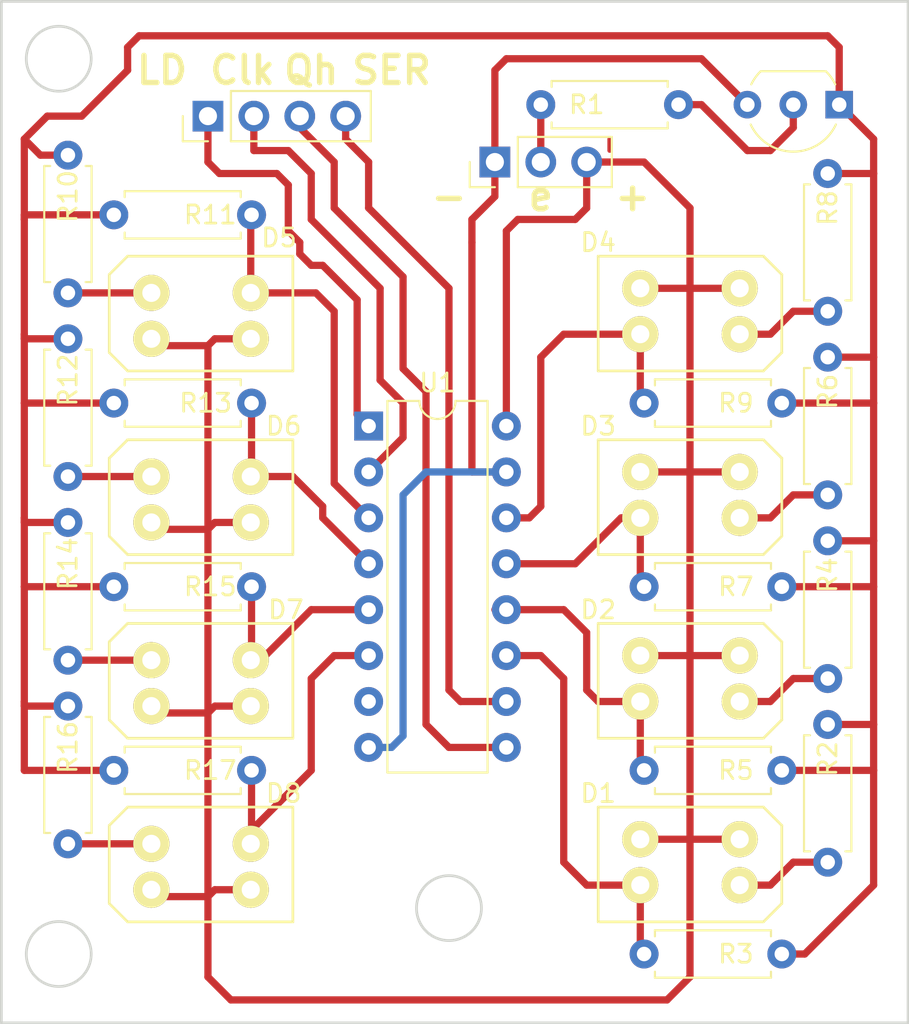
<source format=kicad_pcb>
(kicad_pcb (version 4) (host pcbnew 4.0.5)

  (general
    (links 66)
    (no_connects 0)
    (area 108.509999 46.279999 158.825001 102.945001)
    (thickness 1.6)
    (drawings 14)
    (tracks 215)
    (zones 0)
    (modules 29)
    (nets 27)
  )

  (page A4)
  (layers
    (0 F.Cu signal)
    (31 B.Cu signal)
    (32 B.Adhes user)
    (33 F.Adhes user)
    (34 B.Paste user)
    (35 F.Paste user)
    (36 B.SilkS user)
    (37 F.SilkS user)
    (38 B.Mask user)
    (39 F.Mask user)
    (40 Dwgs.User user)
    (41 Cmts.User user)
    (42 Eco1.User user)
    (43 Eco2.User user)
    (44 Edge.Cuts user)
    (45 Margin user)
    (46 B.CrtYd user)
    (47 F.CrtYd user)
    (48 B.Fab user)
    (49 F.Fab user)
  )

  (setup
    (last_trace_width 0.4)
    (trace_clearance 0.2)
    (zone_clearance 0.508)
    (zone_45_only no)
    (trace_min 0.2)
    (segment_width 0.2)
    (edge_width 0.15)
    (via_size 0.6)
    (via_drill 0.4)
    (via_min_size 0.4)
    (via_min_drill 0.3)
    (uvia_size 0.3)
    (uvia_drill 0.1)
    (uvias_allowed no)
    (uvia_min_size 0.2)
    (uvia_min_drill 0.1)
    (pcb_text_width 0.3)
    (pcb_text_size 1.5 1.5)
    (mod_edge_width 0.15)
    (mod_text_size 1 1)
    (mod_text_width 0.15)
    (pad_size 1.524 1.524)
    (pad_drill 0.762)
    (pad_to_mask_clearance 0.2)
    (aux_axis_origin 0 0)
    (visible_elements 7FFFF7FF)
    (pcbplotparams
      (layerselection 0x00030_80000001)
      (usegerberextensions false)
      (excludeedgelayer true)
      (linewidth 0.100000)
      (plotframeref false)
      (viasonmask false)
      (mode 1)
      (useauxorigin false)
      (hpglpennumber 1)
      (hpglpenspeed 20)
      (hpglpendiameter 15)
      (hpglpenoverlay 2)
      (psnegative false)
      (psa4output false)
      (plotreference true)
      (plotvalue true)
      (plotinvisibletext false)
      (padsonsilk false)
      (subtractmaskfromsilk false)
      (outputformat 1)
      (mirror false)
      (drillshape 1)
      (scaleselection 1)
      (outputdirectory ""))
  )

  (net 0 "")
  (net 1 /pwr)
  (net 2 "Net-(D1-Pad4)")
  (net 3 "Net-(D1-Pad2)")
  (net 4 "Net-(D2-Pad4)")
  (net 5 "Net-(D2-Pad2)")
  (net 6 "Net-(D3-Pad4)")
  (net 7 "Net-(D3-Pad2)")
  (net 8 "Net-(D4-Pad4)")
  (net 9 "Net-(D4-Pad2)")
  (net 10 "Net-(D5-Pad4)")
  (net 11 "Net-(D5-Pad2)")
  (net 12 "Net-(D6-Pad4)")
  (net 13 "Net-(D6-Pad2)")
  (net 14 "Net-(D7-Pad4)")
  (net 15 "Net-(D7-Pad2)")
  (net 16 "Net-(D8-Pad4)")
  (net 17 "Net-(D8-Pad2)")
  (net 18 /gnd)
  (net 19 "Net-(P1-Pad2)")
  (net 20 "Net-(Q1-Pad1)")
  (net 21 "Net-(U1-Pad7)")
  (net 22 /SH/LD)
  (net 23 /CLK)
  (net 24 /Qh)
  (net 25 /SER)
  (net 26 "Net-(Q1-Pad2)")

  (net_class Default "Это класс цепей по умолчанию."
    (clearance 0.2)
    (trace_width 0.4)
    (via_dia 0.6)
    (via_drill 0.4)
    (uvia_dia 0.3)
    (uvia_drill 0.1)
    (add_net /CLK)
    (add_net /Qh)
    (add_net /SER)
    (add_net /SH/LD)
    (add_net /gnd)
    (add_net /pwr)
    (add_net "Net-(D1-Pad2)")
    (add_net "Net-(D1-Pad4)")
    (add_net "Net-(D2-Pad2)")
    (add_net "Net-(D2-Pad4)")
    (add_net "Net-(D3-Pad2)")
    (add_net "Net-(D3-Pad4)")
    (add_net "Net-(D4-Pad2)")
    (add_net "Net-(D4-Pad4)")
    (add_net "Net-(D5-Pad2)")
    (add_net "Net-(D5-Pad4)")
    (add_net "Net-(D6-Pad2)")
    (add_net "Net-(D6-Pad4)")
    (add_net "Net-(D7-Pad2)")
    (add_net "Net-(D7-Pad4)")
    (add_net "Net-(D8-Pad2)")
    (add_net "Net-(D8-Pad4)")
    (add_net "Net-(P1-Pad2)")
    (add_net "Net-(Q1-Pad1)")
    (add_net "Net-(Q1-Pad2)")
    (add_net "Net-(U1-Pad7)")
  )

  (module TCRT5000:TCRT5000 placed (layer F.Cu) (tedit 589B1DFD) (tstamp 589B1055)
    (at 146.685 93.98)
    (path /589AFEAD)
    (fp_text reference D1 (at -5.08 -3.81) (layer F.SilkS)
      (effects (font (size 1 1) (thickness 0.15)))
    )
    (fp_text value tcrt5000 (at -6.35 0 90) (layer F.SilkS) hide
      (effects (font (size 1 1) (thickness 0.15)))
    )
    (fp_line (start -5.08 -3.048) (end -5.08 3.302) (layer F.SilkS) (width 0.15))
    (fp_line (start -5.08 -3.048) (end 4.064 -3.048) (layer F.SilkS) (width 0.15))
    (fp_line (start 4.064 -3.048) (end 5.08 -2.032) (layer F.SilkS) (width 0.15))
    (fp_line (start 5.08 -2.032) (end 5.08 2.286) (layer F.SilkS) (width 0.15))
    (fp_line (start 5.08 2.286) (end 4.064 3.302) (layer F.SilkS) (width 0.15))
    (fp_line (start 4.064 3.302) (end -5.08 3.302) (layer F.SilkS) (width 0.15))
    (pad 3 thru_hole circle (at -2.75 -1.27) (size 2 2) (drill 1) (layers *.Cu *.Mask F.SilkS)
      (net 1 /pwr))
    (pad 1 thru_hole circle (at 2.75 -1.27) (size 2 2) (drill 1) (layers *.Cu *.Mask F.SilkS)
      (net 1 /pwr))
    (pad 4 thru_hole circle (at -2.75 1.27) (size 2 2) (drill 1) (layers *.Cu *.Mask F.SilkS)
      (net 2 "Net-(D1-Pad4)"))
    (pad 2 thru_hole circle (at 2.75 1.27) (size 2 2) (drill 1) (layers *.Cu *.Mask F.SilkS)
      (net 3 "Net-(D1-Pad2)"))
  )

  (module TCRT5000:TCRT5000 placed (layer F.Cu) (tedit 589B1E06) (tstamp 589B105D)
    (at 146.685 83.82)
    (path /589B0FD8)
    (fp_text reference D2 (at -5.08 -3.81) (layer F.SilkS)
      (effects (font (size 1 1) (thickness 0.15)))
    )
    (fp_text value tcrt5000 (at -6.35 0 90) (layer F.SilkS) hide
      (effects (font (size 1 1) (thickness 0.15)))
    )
    (fp_line (start -5.08 -3.048) (end -5.08 3.302) (layer F.SilkS) (width 0.15))
    (fp_line (start -5.08 -3.048) (end 4.064 -3.048) (layer F.SilkS) (width 0.15))
    (fp_line (start 4.064 -3.048) (end 5.08 -2.032) (layer F.SilkS) (width 0.15))
    (fp_line (start 5.08 -2.032) (end 5.08 2.286) (layer F.SilkS) (width 0.15))
    (fp_line (start 5.08 2.286) (end 4.064 3.302) (layer F.SilkS) (width 0.15))
    (fp_line (start 4.064 3.302) (end -5.08 3.302) (layer F.SilkS) (width 0.15))
    (pad 3 thru_hole circle (at -2.75 -1.27) (size 2 2) (drill 1) (layers *.Cu *.Mask F.SilkS)
      (net 1 /pwr))
    (pad 1 thru_hole circle (at 2.75 -1.27) (size 2 2) (drill 1) (layers *.Cu *.Mask F.SilkS)
      (net 1 /pwr))
    (pad 4 thru_hole circle (at -2.75 1.27) (size 2 2) (drill 1) (layers *.Cu *.Mask F.SilkS)
      (net 4 "Net-(D2-Pad4)"))
    (pad 2 thru_hole circle (at 2.75 1.27) (size 2 2) (drill 1) (layers *.Cu *.Mask F.SilkS)
      (net 5 "Net-(D2-Pad2)"))
  )

  (module TCRT5000:TCRT5000 placed (layer F.Cu) (tedit 589B1EBA) (tstamp 589B1065)
    (at 146.685 73.66)
    (path /589B16CC)
    (fp_text reference D3 (at -5.08 -3.81) (layer F.SilkS)
      (effects (font (size 1 1) (thickness 0.15)))
    )
    (fp_text value tcrt5000 (at -6.35 0 90) (layer F.SilkS) hide
      (effects (font (size 1 1) (thickness 0.15)))
    )
    (fp_line (start -5.08 -3.048) (end -5.08 3.302) (layer F.SilkS) (width 0.15))
    (fp_line (start -5.08 -3.048) (end 4.064 -3.048) (layer F.SilkS) (width 0.15))
    (fp_line (start 4.064 -3.048) (end 5.08 -2.032) (layer F.SilkS) (width 0.15))
    (fp_line (start 5.08 -2.032) (end 5.08 2.286) (layer F.SilkS) (width 0.15))
    (fp_line (start 5.08 2.286) (end 4.064 3.302) (layer F.SilkS) (width 0.15))
    (fp_line (start 4.064 3.302) (end -5.08 3.302) (layer F.SilkS) (width 0.15))
    (pad 3 thru_hole circle (at -2.75 -1.27) (size 2 2) (drill 1) (layers *.Cu *.Mask F.SilkS)
      (net 1 /pwr))
    (pad 1 thru_hole circle (at 2.75 -1.27) (size 2 2) (drill 1) (layers *.Cu *.Mask F.SilkS)
      (net 1 /pwr))
    (pad 4 thru_hole circle (at -2.75 1.27) (size 2 2) (drill 1) (layers *.Cu *.Mask F.SilkS)
      (net 6 "Net-(D3-Pad4)"))
    (pad 2 thru_hole circle (at 2.75 1.27) (size 2 2) (drill 1) (layers *.Cu *.Mask F.SilkS)
      (net 7 "Net-(D3-Pad2)"))
  )

  (module TCRT5000:TCRT5000 placed (layer F.Cu) (tedit 589B2056) (tstamp 589B106D)
    (at 146.685 63.5)
    (path /589B16E4)
    (fp_text reference D4 (at -5.08 -3.81) (layer F.SilkS)
      (effects (font (size 1 1) (thickness 0.15)))
    )
    (fp_text value tcrt5000 (at -6.35 0 90) (layer F.SilkS) hide
      (effects (font (size 1 1) (thickness 0.15)))
    )
    (fp_line (start -5.08 -3.048) (end -5.08 3.302) (layer F.SilkS) (width 0.15))
    (fp_line (start -5.08 -3.048) (end 4.064 -3.048) (layer F.SilkS) (width 0.15))
    (fp_line (start 4.064 -3.048) (end 5.08 -2.032) (layer F.SilkS) (width 0.15))
    (fp_line (start 5.08 -2.032) (end 5.08 2.286) (layer F.SilkS) (width 0.15))
    (fp_line (start 5.08 2.286) (end 4.064 3.302) (layer F.SilkS) (width 0.15))
    (fp_line (start 4.064 3.302) (end -5.08 3.302) (layer F.SilkS) (width 0.15))
    (pad 3 thru_hole circle (at -2.75 -1.27) (size 2 2) (drill 1) (layers *.Cu *.Mask F.SilkS)
      (net 1 /pwr))
    (pad 1 thru_hole circle (at 2.75 -1.27) (size 2 2) (drill 1) (layers *.Cu *.Mask F.SilkS)
      (net 1 /pwr))
    (pad 4 thru_hole circle (at -2.75 1.27) (size 2 2) (drill 1) (layers *.Cu *.Mask F.SilkS)
      (net 8 "Net-(D4-Pad4)"))
    (pad 2 thru_hole circle (at 2.75 1.27) (size 2 2) (drill 1) (layers *.Cu *.Mask F.SilkS)
      (net 9 "Net-(D4-Pad2)"))
  )

  (module TCRT5000:TCRT5000 placed (layer F.Cu) (tedit 589B2A9B) (tstamp 589B1075)
    (at 119.634 63.754 180)
    (path /589B203C)
    (fp_text reference D5 (at -4.318 4.318 180) (layer F.SilkS)
      (effects (font (size 1 1) (thickness 0.15)))
    )
    (fp_text value tcrt5000 (at -5.842 0.254 270) (layer F.SilkS) hide
      (effects (font (size 1 1) (thickness 0.15)))
    )
    (fp_line (start -5.08 -3.048) (end -5.08 3.302) (layer F.SilkS) (width 0.15))
    (fp_line (start -5.08 -3.048) (end 4.064 -3.048) (layer F.SilkS) (width 0.15))
    (fp_line (start 4.064 -3.048) (end 5.08 -2.032) (layer F.SilkS) (width 0.15))
    (fp_line (start 5.08 -2.032) (end 5.08 2.286) (layer F.SilkS) (width 0.15))
    (fp_line (start 5.08 2.286) (end 4.064 3.302) (layer F.SilkS) (width 0.15))
    (fp_line (start 4.064 3.302) (end -5.08 3.302) (layer F.SilkS) (width 0.15))
    (pad 3 thru_hole circle (at -2.75 -1.27 180) (size 2 2) (drill 1) (layers *.Cu *.Mask F.SilkS)
      (net 1 /pwr))
    (pad 1 thru_hole circle (at 2.75 -1.27 180) (size 2 2) (drill 1) (layers *.Cu *.Mask F.SilkS)
      (net 1 /pwr))
    (pad 4 thru_hole circle (at -2.75 1.27 180) (size 2 2) (drill 1) (layers *.Cu *.Mask F.SilkS)
      (net 10 "Net-(D5-Pad4)"))
    (pad 2 thru_hole circle (at 2.75 1.27 180) (size 2 2) (drill 1) (layers *.Cu *.Mask F.SilkS)
      (net 11 "Net-(D5-Pad2)"))
  )

  (module TCRT5000:TCRT5000 placed (layer F.Cu) (tedit 589B2AA0) (tstamp 589B107D)
    (at 119.634 73.914 180)
    (path /589B2054)
    (fp_text reference D6 (at -4.572 4.064 180) (layer F.SilkS)
      (effects (font (size 1 1) (thickness 0.15)))
    )
    (fp_text value tcrt5000 (at -5.842 0.254 270) (layer F.SilkS) hide
      (effects (font (size 1 1) (thickness 0.15)))
    )
    (fp_line (start -5.08 -3.048) (end -5.08 3.302) (layer F.SilkS) (width 0.15))
    (fp_line (start -5.08 -3.048) (end 4.064 -3.048) (layer F.SilkS) (width 0.15))
    (fp_line (start 4.064 -3.048) (end 5.08 -2.032) (layer F.SilkS) (width 0.15))
    (fp_line (start 5.08 -2.032) (end 5.08 2.286) (layer F.SilkS) (width 0.15))
    (fp_line (start 5.08 2.286) (end 4.064 3.302) (layer F.SilkS) (width 0.15))
    (fp_line (start 4.064 3.302) (end -5.08 3.302) (layer F.SilkS) (width 0.15))
    (pad 3 thru_hole circle (at -2.75 -1.27 180) (size 2 2) (drill 1) (layers *.Cu *.Mask F.SilkS)
      (net 1 /pwr))
    (pad 1 thru_hole circle (at 2.75 -1.27 180) (size 2 2) (drill 1) (layers *.Cu *.Mask F.SilkS)
      (net 1 /pwr))
    (pad 4 thru_hole circle (at -2.75 1.27 180) (size 2 2) (drill 1) (layers *.Cu *.Mask F.SilkS)
      (net 12 "Net-(D6-Pad4)"))
    (pad 2 thru_hole circle (at 2.75 1.27 180) (size 2 2) (drill 1) (layers *.Cu *.Mask F.SilkS)
      (net 13 "Net-(D6-Pad2)"))
  )

  (module TCRT5000:TCRT5000 placed (layer F.Cu) (tedit 589B2AA4) (tstamp 589B1085)
    (at 119.634 84.074 180)
    (path /589B206C)
    (fp_text reference D7 (at -4.699 4.064 180) (layer F.SilkS)
      (effects (font (size 1 1) (thickness 0.15)))
    )
    (fp_text value tcrt5000 (at -5.842 0.254 270) (layer F.SilkS) hide
      (effects (font (size 1 1) (thickness 0.15)))
    )
    (fp_line (start -5.08 -3.048) (end -5.08 3.302) (layer F.SilkS) (width 0.15))
    (fp_line (start -5.08 -3.048) (end 4.064 -3.048) (layer F.SilkS) (width 0.15))
    (fp_line (start 4.064 -3.048) (end 5.08 -2.032) (layer F.SilkS) (width 0.15))
    (fp_line (start 5.08 -2.032) (end 5.08 2.286) (layer F.SilkS) (width 0.15))
    (fp_line (start 5.08 2.286) (end 4.064 3.302) (layer F.SilkS) (width 0.15))
    (fp_line (start 4.064 3.302) (end -5.08 3.302) (layer F.SilkS) (width 0.15))
    (pad 3 thru_hole circle (at -2.75 -1.27 180) (size 2 2) (drill 1) (layers *.Cu *.Mask F.SilkS)
      (net 1 /pwr))
    (pad 1 thru_hole circle (at 2.75 -1.27 180) (size 2 2) (drill 1) (layers *.Cu *.Mask F.SilkS)
      (net 1 /pwr))
    (pad 4 thru_hole circle (at -2.75 1.27 180) (size 2 2) (drill 1) (layers *.Cu *.Mask F.SilkS)
      (net 14 "Net-(D7-Pad4)"))
    (pad 2 thru_hole circle (at 2.75 1.27 180) (size 2 2) (drill 1) (layers *.Cu *.Mask F.SilkS)
      (net 15 "Net-(D7-Pad2)"))
  )

  (module TCRT5000:TCRT5000 placed (layer F.Cu) (tedit 589B2AA7) (tstamp 589B108D)
    (at 119.634 94.234 180)
    (path /589B2083)
    (fp_text reference D8 (at -4.572 4.064 180) (layer F.SilkS)
      (effects (font (size 1 1) (thickness 0.15)))
    )
    (fp_text value tcrt5000 (at -5.842 0.254 270) (layer F.SilkS) hide
      (effects (font (size 1 1) (thickness 0.15)))
    )
    (fp_line (start -5.08 -3.048) (end -5.08 3.302) (layer F.SilkS) (width 0.15))
    (fp_line (start -5.08 -3.048) (end 4.064 -3.048) (layer F.SilkS) (width 0.15))
    (fp_line (start 4.064 -3.048) (end 5.08 -2.032) (layer F.SilkS) (width 0.15))
    (fp_line (start 5.08 -2.032) (end 5.08 2.286) (layer F.SilkS) (width 0.15))
    (fp_line (start 5.08 2.286) (end 4.064 3.302) (layer F.SilkS) (width 0.15))
    (fp_line (start 4.064 3.302) (end -5.08 3.302) (layer F.SilkS) (width 0.15))
    (pad 3 thru_hole circle (at -2.75 -1.27 180) (size 2 2) (drill 1) (layers *.Cu *.Mask F.SilkS)
      (net 1 /pwr))
    (pad 1 thru_hole circle (at 2.75 -1.27 180) (size 2 2) (drill 1) (layers *.Cu *.Mask F.SilkS)
      (net 1 /pwr))
    (pad 4 thru_hole circle (at -2.75 1.27 180) (size 2 2) (drill 1) (layers *.Cu *.Mask F.SilkS)
      (net 16 "Net-(D8-Pad4)"))
    (pad 2 thru_hole circle (at 2.75 1.27 180) (size 2 2) (drill 1) (layers *.Cu *.Mask F.SilkS)
      (net 17 "Net-(D8-Pad2)"))
  )

  (module Pin_Headers:Pin_Header_Straight_1x03_Pitch2.54mm placed (layer F.Cu) (tedit 589B2D14) (tstamp 589B1094)
    (at 135.89 55.245 90)
    (descr "Through hole straight pin header, 1x03, 2.54mm pitch, single row")
    (tags "Through hole pin header THT 1x03 2.54mm single row")
    (path /589AF075)
    (fp_text reference P1 (at 0 -2.39 90) (layer F.SilkS) hide
      (effects (font (size 1 1) (thickness 0.15)))
    )
    (fp_text value PWR (at 2.54 -1.905 180) (layer F.Fab)
      (effects (font (size 1 1) (thickness 0.15)))
    )
    (fp_line (start -1.27 -1.27) (end -1.27 6.35) (layer F.Fab) (width 0.1))
    (fp_line (start -1.27 6.35) (end 1.27 6.35) (layer F.Fab) (width 0.1))
    (fp_line (start 1.27 6.35) (end 1.27 -1.27) (layer F.Fab) (width 0.1))
    (fp_line (start 1.27 -1.27) (end -1.27 -1.27) (layer F.Fab) (width 0.1))
    (fp_line (start -1.39 1.27) (end -1.39 6.47) (layer F.SilkS) (width 0.12))
    (fp_line (start -1.39 6.47) (end 1.39 6.47) (layer F.SilkS) (width 0.12))
    (fp_line (start 1.39 6.47) (end 1.39 1.27) (layer F.SilkS) (width 0.12))
    (fp_line (start 1.39 1.27) (end -1.39 1.27) (layer F.SilkS) (width 0.12))
    (fp_line (start -1.39 0) (end -1.39 -1.39) (layer F.SilkS) (width 0.12))
    (fp_line (start -1.39 -1.39) (end 0 -1.39) (layer F.SilkS) (width 0.12))
    (fp_line (start -1.6 -1.6) (end -1.6 6.6) (layer F.CrtYd) (width 0.05))
    (fp_line (start -1.6 6.6) (end 1.6 6.6) (layer F.CrtYd) (width 0.05))
    (fp_line (start 1.6 6.6) (end 1.6 -1.6) (layer F.CrtYd) (width 0.05))
    (fp_line (start 1.6 -1.6) (end -1.6 -1.6) (layer F.CrtYd) (width 0.05))
    (pad 1 thru_hole rect (at 0 0 90) (size 1.7 1.7) (drill 1) (layers *.Cu *.Mask)
      (net 18 /gnd))
    (pad 2 thru_hole oval (at 0 2.54 90) (size 1.7 1.7) (drill 1) (layers *.Cu *.Mask)
      (net 19 "Net-(P1-Pad2)"))
    (pad 3 thru_hole oval (at 0 5.08 90) (size 1.7 1.7) (drill 1) (layers *.Cu *.Mask)
      (net 1 /pwr))
    (model Pin_Headers.3dshapes/Pin_Header_Straight_1x03_Pitch2.54mm.wrl
      (at (xyz 0 -0.1 0))
      (scale (xyz 1 1 1))
      (rotate (xyz 0 0 90))
    )
  )

  (module Pin_Headers:Pin_Header_Straight_1x04_Pitch2.54mm placed (layer F.Cu) (tedit 589B2DC9) (tstamp 589B109C)
    (at 120.015 52.705 90)
    (descr "Through hole straight pin header, 1x04, 2.54mm pitch, single row")
    (tags "Through hole pin header THT 1x04 2.54mm single row")
    (path /589B659E)
    (fp_text reference P2 (at 0 -2.39 90) (layer F.SilkS) hide
      (effects (font (size 1 1) (thickness 0.15)))
    )
    (fp_text value DATA (at 0 -3.81 180) (layer F.Fab)
      (effects (font (size 1 1) (thickness 0.15)))
    )
    (fp_line (start -1.27 -1.27) (end -1.27 8.89) (layer F.Fab) (width 0.1))
    (fp_line (start -1.27 8.89) (end 1.27 8.89) (layer F.Fab) (width 0.1))
    (fp_line (start 1.27 8.89) (end 1.27 -1.27) (layer F.Fab) (width 0.1))
    (fp_line (start 1.27 -1.27) (end -1.27 -1.27) (layer F.Fab) (width 0.1))
    (fp_line (start -1.39 1.27) (end -1.39 9.01) (layer F.SilkS) (width 0.12))
    (fp_line (start -1.39 9.01) (end 1.39 9.01) (layer F.SilkS) (width 0.12))
    (fp_line (start 1.39 9.01) (end 1.39 1.27) (layer F.SilkS) (width 0.12))
    (fp_line (start 1.39 1.27) (end -1.39 1.27) (layer F.SilkS) (width 0.12))
    (fp_line (start -1.39 0) (end -1.39 -1.39) (layer F.SilkS) (width 0.12))
    (fp_line (start -1.39 -1.39) (end 0 -1.39) (layer F.SilkS) (width 0.12))
    (fp_line (start -1.6 -1.6) (end -1.6 9.2) (layer F.CrtYd) (width 0.05))
    (fp_line (start -1.6 9.2) (end 1.6 9.2) (layer F.CrtYd) (width 0.05))
    (fp_line (start 1.6 9.2) (end 1.6 -1.6) (layer F.CrtYd) (width 0.05))
    (fp_line (start 1.6 -1.6) (end -1.6 -1.6) (layer F.CrtYd) (width 0.05))
    (pad 1 thru_hole rect (at 0 0 90) (size 1.7 1.7) (drill 1) (layers *.Cu *.Mask)
      (net 22 /SH/LD))
    (pad 2 thru_hole oval (at 0 2.54 90) (size 1.7 1.7) (drill 1) (layers *.Cu *.Mask)
      (net 23 /CLK))
    (pad 3 thru_hole oval (at 0 5.08 90) (size 1.7 1.7) (drill 1) (layers *.Cu *.Mask)
      (net 24 /Qh))
    (pad 4 thru_hole oval (at 0 7.62 90) (size 1.7 1.7) (drill 1) (layers *.Cu *.Mask)
      (net 25 /SER))
    (model Pin_Headers.3dshapes/Pin_Header_Straight_1x04_Pitch2.54mm.wrl
      (at (xyz 0 -0.15 0))
      (scale (xyz 1 1 1))
      (rotate (xyz 0 0 90))
    )
  )

  (module Housings_DIP:DIP-16_W7.62mm placed (layer F.Cu) (tedit 586281B4) (tstamp 589B112C)
    (at 128.905 69.85)
    (descr "16-lead dip package, row spacing 7.62 mm (300 mils)")
    (tags "DIL DIP PDIP 2.54mm 7.62mm 300mil")
    (path /589B091E)
    (fp_text reference U1 (at 3.81 -2.39) (layer F.SilkS)
      (effects (font (size 1 1) (thickness 0.15)))
    )
    (fp_text value 74HC165 (at 3.81 20.17) (layer F.Fab)
      (effects (font (size 1 1) (thickness 0.15)))
    )
    (fp_arc (start 3.81 -1.39) (end 2.81 -1.39) (angle -180) (layer F.SilkS) (width 0.12))
    (fp_line (start 1.635 -1.27) (end 6.985 -1.27) (layer F.Fab) (width 0.1))
    (fp_line (start 6.985 -1.27) (end 6.985 19.05) (layer F.Fab) (width 0.1))
    (fp_line (start 6.985 19.05) (end 0.635 19.05) (layer F.Fab) (width 0.1))
    (fp_line (start 0.635 19.05) (end 0.635 -0.27) (layer F.Fab) (width 0.1))
    (fp_line (start 0.635 -0.27) (end 1.635 -1.27) (layer F.Fab) (width 0.1))
    (fp_line (start 2.81 -1.39) (end 1.04 -1.39) (layer F.SilkS) (width 0.12))
    (fp_line (start 1.04 -1.39) (end 1.04 19.17) (layer F.SilkS) (width 0.12))
    (fp_line (start 1.04 19.17) (end 6.58 19.17) (layer F.SilkS) (width 0.12))
    (fp_line (start 6.58 19.17) (end 6.58 -1.39) (layer F.SilkS) (width 0.12))
    (fp_line (start 6.58 -1.39) (end 4.81 -1.39) (layer F.SilkS) (width 0.12))
    (fp_line (start -1.1 -1.6) (end -1.1 19.3) (layer F.CrtYd) (width 0.05))
    (fp_line (start -1.1 19.3) (end 8.7 19.3) (layer F.CrtYd) (width 0.05))
    (fp_line (start 8.7 19.3) (end 8.7 -1.6) (layer F.CrtYd) (width 0.05))
    (fp_line (start 8.7 -1.6) (end -1.1 -1.6) (layer F.CrtYd) (width 0.05))
    (pad 1 thru_hole rect (at 0 0) (size 1.6 1.6) (drill 0.8) (layers *.Cu *.Mask)
      (net 22 /SH/LD))
    (pad 9 thru_hole oval (at 7.62 17.78) (size 1.6 1.6) (drill 0.8) (layers *.Cu *.Mask)
      (net 24 /Qh))
    (pad 2 thru_hole oval (at 0 2.54) (size 1.6 1.6) (drill 0.8) (layers *.Cu *.Mask)
      (net 23 /CLK))
    (pad 10 thru_hole oval (at 7.62 15.24) (size 1.6 1.6) (drill 0.8) (layers *.Cu *.Mask)
      (net 25 /SER))
    (pad 3 thru_hole oval (at 0 5.08) (size 1.6 1.6) (drill 0.8) (layers *.Cu *.Mask)
      (net 10 "Net-(D5-Pad4)"))
    (pad 11 thru_hole oval (at 7.62 12.7) (size 1.6 1.6) (drill 0.8) (layers *.Cu *.Mask)
      (net 2 "Net-(D1-Pad4)"))
    (pad 4 thru_hole oval (at 0 7.62) (size 1.6 1.6) (drill 0.8) (layers *.Cu *.Mask)
      (net 12 "Net-(D6-Pad4)"))
    (pad 12 thru_hole oval (at 7.62 10.16) (size 1.6 1.6) (drill 0.8) (layers *.Cu *.Mask)
      (net 4 "Net-(D2-Pad4)"))
    (pad 5 thru_hole oval (at 0 10.16) (size 1.6 1.6) (drill 0.8) (layers *.Cu *.Mask)
      (net 14 "Net-(D7-Pad4)"))
    (pad 13 thru_hole oval (at 7.62 7.62) (size 1.6 1.6) (drill 0.8) (layers *.Cu *.Mask)
      (net 6 "Net-(D3-Pad4)"))
    (pad 6 thru_hole oval (at 0 12.7) (size 1.6 1.6) (drill 0.8) (layers *.Cu *.Mask)
      (net 16 "Net-(D8-Pad4)"))
    (pad 14 thru_hole oval (at 7.62 5.08) (size 1.6 1.6) (drill 0.8) (layers *.Cu *.Mask)
      (net 8 "Net-(D4-Pad4)"))
    (pad 7 thru_hole oval (at 0 15.24) (size 1.6 1.6) (drill 0.8) (layers *.Cu *.Mask)
      (net 21 "Net-(U1-Pad7)"))
    (pad 15 thru_hole oval (at 7.62 2.54) (size 1.6 1.6) (drill 0.8) (layers *.Cu *.Mask)
      (net 18 /gnd))
    (pad 8 thru_hole oval (at 0 17.78) (size 1.6 1.6) (drill 0.8) (layers *.Cu *.Mask)
      (net 18 /gnd))
    (pad 16 thru_hole oval (at 7.62 0) (size 1.6 1.6) (drill 0.8) (layers *.Cu *.Mask)
      (net 1 /pwr))
    (model Housings_DIP.3dshapes/DIP-16_W7.62mm.wrl
      (at (xyz 0 0 0))
      (scale (xyz 1 1 1))
      (rotate (xyz 0 0 0))
    )
  )

  (module TO_SOT_Packages_THT:TO-92_Inline_Wide (layer F.Cu) (tedit 589B2D26) (tstamp 589B1A91)
    (at 154.94 52.07 180)
    (descr "TO-92 leads in-line, wide, drill 0.8mm (see NXP sot054_po.pdf)")
    (tags "to-92 sc-43 sc-43a sot54 PA33 transistor")
    (path /589BDFCA)
    (fp_text reference Q1 (at 2.54 5.08 180) (layer F.SilkS) hide
      (effects (font (size 1 1) (thickness 0.15)))
    )
    (fp_text value BC817-40 (at 2.54 3.175 180) (layer F.Fab) hide
      (effects (font (size 1 1) (thickness 0.15)))
    )
    (fp_line (start -1.1 -3) (end 6.1 -3) (layer F.CrtYd) (width 0.05))
    (fp_line (start 6.1 -3) (end 6.1 2.3) (layer F.CrtYd) (width 0.05))
    (fp_line (start 6.1 2.3) (end -1.1 2.3) (layer F.CrtYd) (width 0.05))
    (fp_line (start -1.1 2.3) (end -1.1 -3) (layer F.CrtYd) (width 0.05))
    (fp_line (start 0.74 1.85) (end 4.34 1.85) (layer F.SilkS) (width 0.12))
    (fp_line (start 0.8 1.75) (end 4.3 1.75) (layer F.Fab) (width 0.1))
    (fp_arc (start 2.54 0) (end 0.74 1.85) (angle 20) (layer F.SilkS) (width 0.12))
    (fp_arc (start 2.54 0) (end 2.54 -2.6) (angle -65) (layer F.SilkS) (width 0.12))
    (fp_arc (start 2.54 0) (end 2.54 -2.6) (angle 65) (layer F.SilkS) (width 0.12))
    (fp_arc (start 2.54 0) (end 2.54 -2.48) (angle 135) (layer F.Fab) (width 0.1))
    (fp_arc (start 2.54 0) (end 2.54 -2.48) (angle -135) (layer F.Fab) (width 0.1))
    (fp_arc (start 2.54 0) (end 4.34 1.85) (angle -20) (layer F.SilkS) (width 0.12))
    (pad 2 thru_hole circle (at 2.54 0 270) (size 1.524 1.524) (drill 0.8) (layers *.Cu *.Mask)
      (net 26 "Net-(Q1-Pad2)"))
    (pad 3 thru_hole circle (at 5.08 0 270) (size 1.524 1.524) (drill 0.8) (layers *.Cu *.Mask)
      (net 18 /gnd))
    (pad 1 thru_hole rect (at 0 0 270) (size 1.524 1.524) (drill 0.8) (layers *.Cu *.Mask)
      (net 20 "Net-(Q1-Pad1)"))
    (model TO_SOT_Packages_THT.3dshapes/TO-92_Inline_Wide.wrl
      (at (xyz 0.1 0 0))
      (scale (xyz 1 1 1))
      (rotate (xyz 0 0 -90))
    )
  )

  (module Resistors_THT:R_Axial_DIN0207_L6.3mm_D2.5mm_P7.62mm_Horizontal (layer F.Cu) (tedit 589B2230) (tstamp 589B1D3B)
    (at 138.43 52.07)
    (descr "Resistor, Axial_DIN0207 series, Axial, Horizontal, pin pitch=7.62mm, 0.25W = 1/4W, length*diameter=6.3*2.5mm^2, http://cdn-reichelt.de/documents/datenblatt/B400/1_4W%23YAG.pdf")
    (tags "Resistor Axial_DIN0207 series Axial Horizontal pin pitch 7.62mm 0.25W = 1/4W length 6.3mm diameter 2.5mm")
    (path /589B01B2)
    (fp_text reference R1 (at 2.54 0) (layer F.SilkS)
      (effects (font (size 1 1) (thickness 0.15)))
    )
    (fp_text value 1k (at 5.08 0) (layer F.Fab)
      (effects (font (size 1 1) (thickness 0.15)))
    )
    (fp_line (start 0.66 -1.25) (end 0.66 1.25) (layer F.Fab) (width 0.1))
    (fp_line (start 0.66 1.25) (end 6.96 1.25) (layer F.Fab) (width 0.1))
    (fp_line (start 6.96 1.25) (end 6.96 -1.25) (layer F.Fab) (width 0.1))
    (fp_line (start 6.96 -1.25) (end 0.66 -1.25) (layer F.Fab) (width 0.1))
    (fp_line (start 0 0) (end 0.66 0) (layer F.Fab) (width 0.1))
    (fp_line (start 7.62 0) (end 6.96 0) (layer F.Fab) (width 0.1))
    (fp_line (start 0.6 -0.98) (end 0.6 -1.31) (layer F.SilkS) (width 0.12))
    (fp_line (start 0.6 -1.31) (end 7.02 -1.31) (layer F.SilkS) (width 0.12))
    (fp_line (start 7.02 -1.31) (end 7.02 -0.98) (layer F.SilkS) (width 0.12))
    (fp_line (start 0.6 0.98) (end 0.6 1.31) (layer F.SilkS) (width 0.12))
    (fp_line (start 0.6 1.31) (end 7.02 1.31) (layer F.SilkS) (width 0.12))
    (fp_line (start 7.02 1.31) (end 7.02 0.98) (layer F.SilkS) (width 0.12))
    (fp_line (start -1.05 -1.6) (end -1.05 1.6) (layer F.CrtYd) (width 0.05))
    (fp_line (start -1.05 1.6) (end 8.7 1.6) (layer F.CrtYd) (width 0.05))
    (fp_line (start 8.7 1.6) (end 8.7 -1.6) (layer F.CrtYd) (width 0.05))
    (fp_line (start 8.7 -1.6) (end -1.05 -1.6) (layer F.CrtYd) (width 0.05))
    (pad 1 thru_hole circle (at 0 0) (size 1.6 1.6) (drill 0.8) (layers *.Cu *.Mask)
      (net 19 "Net-(P1-Pad2)"))
    (pad 2 thru_hole oval (at 7.62 0) (size 1.6 1.6) (drill 0.8) (layers *.Cu *.Mask)
      (net 26 "Net-(Q1-Pad2)"))
    (model Resistors_ThroughHole.3dshapes/R_Axial_DIN0207_L6.3mm_D2.5mm_P7.62mm_Horizontal.wrl
      (at (xyz 0 0 0))
      (scale (xyz 0.393701 0.393701 0.393701))
      (rotate (xyz 0 0 0))
    )
  )

  (module Resistors_THT:R_Axial_DIN0207_L6.3mm_D2.5mm_P7.62mm_Horizontal (layer F.Cu) (tedit 589B20CF) (tstamp 589B1D40)
    (at 154.305 86.36 270)
    (descr "Resistor, Axial_DIN0207 series, Axial, Horizontal, pin pitch=7.62mm, 0.25W = 1/4W, length*diameter=6.3*2.5mm^2, http://cdn-reichelt.de/documents/datenblatt/B400/1_4W%23YAG.pdf")
    (tags "Resistor Axial_DIN0207 series Axial Horizontal pin pitch 7.62mm 0.25W = 1/4W length 6.3mm diameter 2.5mm")
    (path /589B023D)
    (fp_text reference R2 (at 1.905 0 270) (layer F.SilkS)
      (effects (font (size 1 1) (thickness 0.15)))
    )
    (fp_text value 330 (at 5.08 0 270) (layer F.Fab)
      (effects (font (size 1 1) (thickness 0.15)))
    )
    (fp_line (start 0.66 -1.25) (end 0.66 1.25) (layer F.Fab) (width 0.1))
    (fp_line (start 0.66 1.25) (end 6.96 1.25) (layer F.Fab) (width 0.1))
    (fp_line (start 6.96 1.25) (end 6.96 -1.25) (layer F.Fab) (width 0.1))
    (fp_line (start 6.96 -1.25) (end 0.66 -1.25) (layer F.Fab) (width 0.1))
    (fp_line (start 0 0) (end 0.66 0) (layer F.Fab) (width 0.1))
    (fp_line (start 7.62 0) (end 6.96 0) (layer F.Fab) (width 0.1))
    (fp_line (start 0.6 -0.98) (end 0.6 -1.31) (layer F.SilkS) (width 0.12))
    (fp_line (start 0.6 -1.31) (end 7.02 -1.31) (layer F.SilkS) (width 0.12))
    (fp_line (start 7.02 -1.31) (end 7.02 -0.98) (layer F.SilkS) (width 0.12))
    (fp_line (start 0.6 0.98) (end 0.6 1.31) (layer F.SilkS) (width 0.12))
    (fp_line (start 0.6 1.31) (end 7.02 1.31) (layer F.SilkS) (width 0.12))
    (fp_line (start 7.02 1.31) (end 7.02 0.98) (layer F.SilkS) (width 0.12))
    (fp_line (start -1.05 -1.6) (end -1.05 1.6) (layer F.CrtYd) (width 0.05))
    (fp_line (start -1.05 1.6) (end 8.7 1.6) (layer F.CrtYd) (width 0.05))
    (fp_line (start 8.7 1.6) (end 8.7 -1.6) (layer F.CrtYd) (width 0.05))
    (fp_line (start 8.7 -1.6) (end -1.05 -1.6) (layer F.CrtYd) (width 0.05))
    (pad 1 thru_hole circle (at 0 0 270) (size 1.6 1.6) (drill 0.8) (layers *.Cu *.Mask)
      (net 20 "Net-(Q1-Pad1)"))
    (pad 2 thru_hole oval (at 7.62 0 270) (size 1.6 1.6) (drill 0.8) (layers *.Cu *.Mask)
      (net 3 "Net-(D1-Pad2)"))
    (model Resistors_ThroughHole.3dshapes/R_Axial_DIN0207_L6.3mm_D2.5mm_P7.62mm_Horizontal.wrl
      (at (xyz 0 0 0))
      (scale (xyz 0.393701 0.393701 0.393701))
      (rotate (xyz 0 0 0))
    )
  )

  (module Resistors_THT:R_Axial_DIN0207_L6.3mm_D2.5mm_P7.62mm_Horizontal (layer F.Cu) (tedit 589B1DF4) (tstamp 589B1D45)
    (at 151.765 99.06 180)
    (descr "Resistor, Axial_DIN0207 series, Axial, Horizontal, pin pitch=7.62mm, 0.25W = 1/4W, length*diameter=6.3*2.5mm^2, http://cdn-reichelt.de/documents/datenblatt/B400/1_4W%23YAG.pdf")
    (tags "Resistor Axial_DIN0207 series Axial Horizontal pin pitch 7.62mm 0.25W = 1/4W length 6.3mm diameter 2.5mm")
    (path /589B034E)
    (fp_text reference R3 (at 2.54 0 180) (layer F.SilkS)
      (effects (font (size 1 1) (thickness 0.15)))
    )
    (fp_text value 10k (at 5.08 0 180) (layer F.Fab)
      (effects (font (size 1 1) (thickness 0.15)))
    )
    (fp_line (start 0.66 -1.25) (end 0.66 1.25) (layer F.Fab) (width 0.1))
    (fp_line (start 0.66 1.25) (end 6.96 1.25) (layer F.Fab) (width 0.1))
    (fp_line (start 6.96 1.25) (end 6.96 -1.25) (layer F.Fab) (width 0.1))
    (fp_line (start 6.96 -1.25) (end 0.66 -1.25) (layer F.Fab) (width 0.1))
    (fp_line (start 0 0) (end 0.66 0) (layer F.Fab) (width 0.1))
    (fp_line (start 7.62 0) (end 6.96 0) (layer F.Fab) (width 0.1))
    (fp_line (start 0.6 -0.98) (end 0.6 -1.31) (layer F.SilkS) (width 0.12))
    (fp_line (start 0.6 -1.31) (end 7.02 -1.31) (layer F.SilkS) (width 0.12))
    (fp_line (start 7.02 -1.31) (end 7.02 -0.98) (layer F.SilkS) (width 0.12))
    (fp_line (start 0.6 0.98) (end 0.6 1.31) (layer F.SilkS) (width 0.12))
    (fp_line (start 0.6 1.31) (end 7.02 1.31) (layer F.SilkS) (width 0.12))
    (fp_line (start 7.02 1.31) (end 7.02 0.98) (layer F.SilkS) (width 0.12))
    (fp_line (start -1.05 -1.6) (end -1.05 1.6) (layer F.CrtYd) (width 0.05))
    (fp_line (start -1.05 1.6) (end 8.7 1.6) (layer F.CrtYd) (width 0.05))
    (fp_line (start 8.7 1.6) (end 8.7 -1.6) (layer F.CrtYd) (width 0.05))
    (fp_line (start 8.7 -1.6) (end -1.05 -1.6) (layer F.CrtYd) (width 0.05))
    (pad 1 thru_hole circle (at 0 0 180) (size 1.6 1.6) (drill 0.8) (layers *.Cu *.Mask)
      (net 20 "Net-(Q1-Pad1)"))
    (pad 2 thru_hole oval (at 7.62 0 180) (size 1.6 1.6) (drill 0.8) (layers *.Cu *.Mask)
      (net 2 "Net-(D1-Pad4)"))
    (model Resistors_ThroughHole.3dshapes/R_Axial_DIN0207_L6.3mm_D2.5mm_P7.62mm_Horizontal.wrl
      (at (xyz 0 0 0))
      (scale (xyz 0.393701 0.393701 0.393701))
      (rotate (xyz 0 0 0))
    )
  )

  (module Resistors_THT:R_Axial_DIN0207_L6.3mm_D2.5mm_P7.62mm_Horizontal (layer F.Cu) (tedit 589B20CA) (tstamp 589B1D4A)
    (at 154.305 76.2 270)
    (descr "Resistor, Axial_DIN0207 series, Axial, Horizontal, pin pitch=7.62mm, 0.25W = 1/4W, length*diameter=6.3*2.5mm^2, http://cdn-reichelt.de/documents/datenblatt/B400/1_4W%23YAG.pdf")
    (tags "Resistor Axial_DIN0207 series Axial Horizontal pin pitch 7.62mm 0.25W = 1/4W length 6.3mm diameter 2.5mm")
    (path /589B0FDF)
    (fp_text reference R4 (at 1.905 0 270) (layer F.SilkS)
      (effects (font (size 1 1) (thickness 0.15)))
    )
    (fp_text value 330 (at 5.08 0 270) (layer F.Fab)
      (effects (font (size 1 1) (thickness 0.15)))
    )
    (fp_line (start 0.66 -1.25) (end 0.66 1.25) (layer F.Fab) (width 0.1))
    (fp_line (start 0.66 1.25) (end 6.96 1.25) (layer F.Fab) (width 0.1))
    (fp_line (start 6.96 1.25) (end 6.96 -1.25) (layer F.Fab) (width 0.1))
    (fp_line (start 6.96 -1.25) (end 0.66 -1.25) (layer F.Fab) (width 0.1))
    (fp_line (start 0 0) (end 0.66 0) (layer F.Fab) (width 0.1))
    (fp_line (start 7.62 0) (end 6.96 0) (layer F.Fab) (width 0.1))
    (fp_line (start 0.6 -0.98) (end 0.6 -1.31) (layer F.SilkS) (width 0.12))
    (fp_line (start 0.6 -1.31) (end 7.02 -1.31) (layer F.SilkS) (width 0.12))
    (fp_line (start 7.02 -1.31) (end 7.02 -0.98) (layer F.SilkS) (width 0.12))
    (fp_line (start 0.6 0.98) (end 0.6 1.31) (layer F.SilkS) (width 0.12))
    (fp_line (start 0.6 1.31) (end 7.02 1.31) (layer F.SilkS) (width 0.12))
    (fp_line (start 7.02 1.31) (end 7.02 0.98) (layer F.SilkS) (width 0.12))
    (fp_line (start -1.05 -1.6) (end -1.05 1.6) (layer F.CrtYd) (width 0.05))
    (fp_line (start -1.05 1.6) (end 8.7 1.6) (layer F.CrtYd) (width 0.05))
    (fp_line (start 8.7 1.6) (end 8.7 -1.6) (layer F.CrtYd) (width 0.05))
    (fp_line (start 8.7 -1.6) (end -1.05 -1.6) (layer F.CrtYd) (width 0.05))
    (pad 1 thru_hole circle (at 0 0 270) (size 1.6 1.6) (drill 0.8) (layers *.Cu *.Mask)
      (net 20 "Net-(Q1-Pad1)"))
    (pad 2 thru_hole oval (at 7.62 0 270) (size 1.6 1.6) (drill 0.8) (layers *.Cu *.Mask)
      (net 5 "Net-(D2-Pad2)"))
    (model Resistors_ThroughHole.3dshapes/R_Axial_DIN0207_L6.3mm_D2.5mm_P7.62mm_Horizontal.wrl
      (at (xyz 0 0 0))
      (scale (xyz 0.393701 0.393701 0.393701))
      (rotate (xyz 0 0 0))
    )
  )

  (module Resistors_THT:R_Axial_DIN0207_L6.3mm_D2.5mm_P7.62mm_Horizontal (layer F.Cu) (tedit 589B1EE4) (tstamp 589B1D4F)
    (at 151.765 88.9 180)
    (descr "Resistor, Axial_DIN0207 series, Axial, Horizontal, pin pitch=7.62mm, 0.25W = 1/4W, length*diameter=6.3*2.5mm^2, http://cdn-reichelt.de/documents/datenblatt/B400/1_4W%23YAG.pdf")
    (tags "Resistor Axial_DIN0207 series Axial Horizontal pin pitch 7.62mm 0.25W = 1/4W length 6.3mm diameter 2.5mm")
    (path /589B0FE6)
    (fp_text reference R5 (at 2.54 0 180) (layer F.SilkS)
      (effects (font (size 1 1) (thickness 0.15)))
    )
    (fp_text value 10k (at 5.08 0 180) (layer F.Fab)
      (effects (font (size 1 1) (thickness 0.15)))
    )
    (fp_line (start 0.66 -1.25) (end 0.66 1.25) (layer F.Fab) (width 0.1))
    (fp_line (start 0.66 1.25) (end 6.96 1.25) (layer F.Fab) (width 0.1))
    (fp_line (start 6.96 1.25) (end 6.96 -1.25) (layer F.Fab) (width 0.1))
    (fp_line (start 6.96 -1.25) (end 0.66 -1.25) (layer F.Fab) (width 0.1))
    (fp_line (start 0 0) (end 0.66 0) (layer F.Fab) (width 0.1))
    (fp_line (start 7.62 0) (end 6.96 0) (layer F.Fab) (width 0.1))
    (fp_line (start 0.6 -0.98) (end 0.6 -1.31) (layer F.SilkS) (width 0.12))
    (fp_line (start 0.6 -1.31) (end 7.02 -1.31) (layer F.SilkS) (width 0.12))
    (fp_line (start 7.02 -1.31) (end 7.02 -0.98) (layer F.SilkS) (width 0.12))
    (fp_line (start 0.6 0.98) (end 0.6 1.31) (layer F.SilkS) (width 0.12))
    (fp_line (start 0.6 1.31) (end 7.02 1.31) (layer F.SilkS) (width 0.12))
    (fp_line (start 7.02 1.31) (end 7.02 0.98) (layer F.SilkS) (width 0.12))
    (fp_line (start -1.05 -1.6) (end -1.05 1.6) (layer F.CrtYd) (width 0.05))
    (fp_line (start -1.05 1.6) (end 8.7 1.6) (layer F.CrtYd) (width 0.05))
    (fp_line (start 8.7 1.6) (end 8.7 -1.6) (layer F.CrtYd) (width 0.05))
    (fp_line (start 8.7 -1.6) (end -1.05 -1.6) (layer F.CrtYd) (width 0.05))
    (pad 1 thru_hole circle (at 0 0 180) (size 1.6 1.6) (drill 0.8) (layers *.Cu *.Mask)
      (net 20 "Net-(Q1-Pad1)"))
    (pad 2 thru_hole oval (at 7.62 0 180) (size 1.6 1.6) (drill 0.8) (layers *.Cu *.Mask)
      (net 4 "Net-(D2-Pad4)"))
    (model Resistors_ThroughHole.3dshapes/R_Axial_DIN0207_L6.3mm_D2.5mm_P7.62mm_Horizontal.wrl
      (at (xyz 0 0 0))
      (scale (xyz 0.393701 0.393701 0.393701))
      (rotate (xyz 0 0 0))
    )
  )

  (module Resistors_THT:R_Axial_DIN0207_L6.3mm_D2.5mm_P7.62mm_Horizontal (layer F.Cu) (tedit 589B20C4) (tstamp 589B1D54)
    (at 154.305 66.04 270)
    (descr "Resistor, Axial_DIN0207 series, Axial, Horizontal, pin pitch=7.62mm, 0.25W = 1/4W, length*diameter=6.3*2.5mm^2, http://cdn-reichelt.de/documents/datenblatt/B400/1_4W%23YAG.pdf")
    (tags "Resistor Axial_DIN0207 series Axial Horizontal pin pitch 7.62mm 0.25W = 1/4W length 6.3mm diameter 2.5mm")
    (path /589B16D3)
    (fp_text reference R6 (at 1.905 0 270) (layer F.SilkS)
      (effects (font (size 1 1) (thickness 0.15)))
    )
    (fp_text value 330 (at 5.08 0 270) (layer F.Fab)
      (effects (font (size 1 1) (thickness 0.15)))
    )
    (fp_line (start 0.66 -1.25) (end 0.66 1.25) (layer F.Fab) (width 0.1))
    (fp_line (start 0.66 1.25) (end 6.96 1.25) (layer F.Fab) (width 0.1))
    (fp_line (start 6.96 1.25) (end 6.96 -1.25) (layer F.Fab) (width 0.1))
    (fp_line (start 6.96 -1.25) (end 0.66 -1.25) (layer F.Fab) (width 0.1))
    (fp_line (start 0 0) (end 0.66 0) (layer F.Fab) (width 0.1))
    (fp_line (start 7.62 0) (end 6.96 0) (layer F.Fab) (width 0.1))
    (fp_line (start 0.6 -0.98) (end 0.6 -1.31) (layer F.SilkS) (width 0.12))
    (fp_line (start 0.6 -1.31) (end 7.02 -1.31) (layer F.SilkS) (width 0.12))
    (fp_line (start 7.02 -1.31) (end 7.02 -0.98) (layer F.SilkS) (width 0.12))
    (fp_line (start 0.6 0.98) (end 0.6 1.31) (layer F.SilkS) (width 0.12))
    (fp_line (start 0.6 1.31) (end 7.02 1.31) (layer F.SilkS) (width 0.12))
    (fp_line (start 7.02 1.31) (end 7.02 0.98) (layer F.SilkS) (width 0.12))
    (fp_line (start -1.05 -1.6) (end -1.05 1.6) (layer F.CrtYd) (width 0.05))
    (fp_line (start -1.05 1.6) (end 8.7 1.6) (layer F.CrtYd) (width 0.05))
    (fp_line (start 8.7 1.6) (end 8.7 -1.6) (layer F.CrtYd) (width 0.05))
    (fp_line (start 8.7 -1.6) (end -1.05 -1.6) (layer F.CrtYd) (width 0.05))
    (pad 1 thru_hole circle (at 0 0 270) (size 1.6 1.6) (drill 0.8) (layers *.Cu *.Mask)
      (net 20 "Net-(Q1-Pad1)"))
    (pad 2 thru_hole oval (at 7.62 0 270) (size 1.6 1.6) (drill 0.8) (layers *.Cu *.Mask)
      (net 7 "Net-(D3-Pad2)"))
    (model Resistors_ThroughHole.3dshapes/R_Axial_DIN0207_L6.3mm_D2.5mm_P7.62mm_Horizontal.wrl
      (at (xyz 0 0 0))
      (scale (xyz 0.393701 0.393701 0.393701))
      (rotate (xyz 0 0 0))
    )
  )

  (module Resistors_THT:R_Axial_DIN0207_L6.3mm_D2.5mm_P7.62mm_Horizontal (layer F.Cu) (tedit 589B205E) (tstamp 589B1D59)
    (at 151.765 78.74 180)
    (descr "Resistor, Axial_DIN0207 series, Axial, Horizontal, pin pitch=7.62mm, 0.25W = 1/4W, length*diameter=6.3*2.5mm^2, http://cdn-reichelt.de/documents/datenblatt/B400/1_4W%23YAG.pdf")
    (tags "Resistor Axial_DIN0207 series Axial Horizontal pin pitch 7.62mm 0.25W = 1/4W length 6.3mm diameter 2.5mm")
    (path /589B16DA)
    (fp_text reference R7 (at 2.54 0 180) (layer F.SilkS)
      (effects (font (size 1 1) (thickness 0.15)))
    )
    (fp_text value 10k (at 5.08 0 180) (layer F.Fab)
      (effects (font (size 1 1) (thickness 0.15)))
    )
    (fp_line (start 0.66 -1.25) (end 0.66 1.25) (layer F.Fab) (width 0.1))
    (fp_line (start 0.66 1.25) (end 6.96 1.25) (layer F.Fab) (width 0.1))
    (fp_line (start 6.96 1.25) (end 6.96 -1.25) (layer F.Fab) (width 0.1))
    (fp_line (start 6.96 -1.25) (end 0.66 -1.25) (layer F.Fab) (width 0.1))
    (fp_line (start 0 0) (end 0.66 0) (layer F.Fab) (width 0.1))
    (fp_line (start 7.62 0) (end 6.96 0) (layer F.Fab) (width 0.1))
    (fp_line (start 0.6 -0.98) (end 0.6 -1.31) (layer F.SilkS) (width 0.12))
    (fp_line (start 0.6 -1.31) (end 7.02 -1.31) (layer F.SilkS) (width 0.12))
    (fp_line (start 7.02 -1.31) (end 7.02 -0.98) (layer F.SilkS) (width 0.12))
    (fp_line (start 0.6 0.98) (end 0.6 1.31) (layer F.SilkS) (width 0.12))
    (fp_line (start 0.6 1.31) (end 7.02 1.31) (layer F.SilkS) (width 0.12))
    (fp_line (start 7.02 1.31) (end 7.02 0.98) (layer F.SilkS) (width 0.12))
    (fp_line (start -1.05 -1.6) (end -1.05 1.6) (layer F.CrtYd) (width 0.05))
    (fp_line (start -1.05 1.6) (end 8.7 1.6) (layer F.CrtYd) (width 0.05))
    (fp_line (start 8.7 1.6) (end 8.7 -1.6) (layer F.CrtYd) (width 0.05))
    (fp_line (start 8.7 -1.6) (end -1.05 -1.6) (layer F.CrtYd) (width 0.05))
    (pad 1 thru_hole circle (at 0 0 180) (size 1.6 1.6) (drill 0.8) (layers *.Cu *.Mask)
      (net 20 "Net-(Q1-Pad1)"))
    (pad 2 thru_hole oval (at 7.62 0 180) (size 1.6 1.6) (drill 0.8) (layers *.Cu *.Mask)
      (net 6 "Net-(D3-Pad4)"))
    (model Resistors_ThroughHole.3dshapes/R_Axial_DIN0207_L6.3mm_D2.5mm_P7.62mm_Horizontal.wrl
      (at (xyz 0 0 0))
      (scale (xyz 0.393701 0.393701 0.393701))
      (rotate (xyz 0 0 0))
    )
  )

  (module Resistors_THT:R_Axial_DIN0207_L6.3mm_D2.5mm_P7.62mm_Horizontal (layer F.Cu) (tedit 589B20BE) (tstamp 589B1D5E)
    (at 154.305 55.88 270)
    (descr "Resistor, Axial_DIN0207 series, Axial, Horizontal, pin pitch=7.62mm, 0.25W = 1/4W, length*diameter=6.3*2.5mm^2, http://cdn-reichelt.de/documents/datenblatt/B400/1_4W%23YAG.pdf")
    (tags "Resistor Axial_DIN0207 series Axial Horizontal pin pitch 7.62mm 0.25W = 1/4W length 6.3mm diameter 2.5mm")
    (path /589B16EB)
    (fp_text reference R8 (at 1.905 0 270) (layer F.SilkS)
      (effects (font (size 1 1) (thickness 0.15)))
    )
    (fp_text value 330 (at 5.08 0 270) (layer F.Fab)
      (effects (font (size 1 1) (thickness 0.15)))
    )
    (fp_line (start 0.66 -1.25) (end 0.66 1.25) (layer F.Fab) (width 0.1))
    (fp_line (start 0.66 1.25) (end 6.96 1.25) (layer F.Fab) (width 0.1))
    (fp_line (start 6.96 1.25) (end 6.96 -1.25) (layer F.Fab) (width 0.1))
    (fp_line (start 6.96 -1.25) (end 0.66 -1.25) (layer F.Fab) (width 0.1))
    (fp_line (start 0 0) (end 0.66 0) (layer F.Fab) (width 0.1))
    (fp_line (start 7.62 0) (end 6.96 0) (layer F.Fab) (width 0.1))
    (fp_line (start 0.6 -0.98) (end 0.6 -1.31) (layer F.SilkS) (width 0.12))
    (fp_line (start 0.6 -1.31) (end 7.02 -1.31) (layer F.SilkS) (width 0.12))
    (fp_line (start 7.02 -1.31) (end 7.02 -0.98) (layer F.SilkS) (width 0.12))
    (fp_line (start 0.6 0.98) (end 0.6 1.31) (layer F.SilkS) (width 0.12))
    (fp_line (start 0.6 1.31) (end 7.02 1.31) (layer F.SilkS) (width 0.12))
    (fp_line (start 7.02 1.31) (end 7.02 0.98) (layer F.SilkS) (width 0.12))
    (fp_line (start -1.05 -1.6) (end -1.05 1.6) (layer F.CrtYd) (width 0.05))
    (fp_line (start -1.05 1.6) (end 8.7 1.6) (layer F.CrtYd) (width 0.05))
    (fp_line (start 8.7 1.6) (end 8.7 -1.6) (layer F.CrtYd) (width 0.05))
    (fp_line (start 8.7 -1.6) (end -1.05 -1.6) (layer F.CrtYd) (width 0.05))
    (pad 1 thru_hole circle (at 0 0 270) (size 1.6 1.6) (drill 0.8) (layers *.Cu *.Mask)
      (net 20 "Net-(Q1-Pad1)"))
    (pad 2 thru_hole oval (at 7.62 0 270) (size 1.6 1.6) (drill 0.8) (layers *.Cu *.Mask)
      (net 9 "Net-(D4-Pad2)"))
    (model Resistors_ThroughHole.3dshapes/R_Axial_DIN0207_L6.3mm_D2.5mm_P7.62mm_Horizontal.wrl
      (at (xyz 0 0 0))
      (scale (xyz 0.393701 0.393701 0.393701))
      (rotate (xyz 0 0 0))
    )
  )

  (module Resistors_THT:R_Axial_DIN0207_L6.3mm_D2.5mm_P7.62mm_Horizontal (layer F.Cu) (tedit 589B20A4) (tstamp 589B1D63)
    (at 151.765 68.58 180)
    (descr "Resistor, Axial_DIN0207 series, Axial, Horizontal, pin pitch=7.62mm, 0.25W = 1/4W, length*diameter=6.3*2.5mm^2, http://cdn-reichelt.de/documents/datenblatt/B400/1_4W%23YAG.pdf")
    (tags "Resistor Axial_DIN0207 series Axial Horizontal pin pitch 7.62mm 0.25W = 1/4W length 6.3mm diameter 2.5mm")
    (path /589B16F1)
    (fp_text reference R9 (at 2.54 0 180) (layer F.SilkS)
      (effects (font (size 1 1) (thickness 0.15)))
    )
    (fp_text value 10k (at 5.08 0 180) (layer F.Fab)
      (effects (font (size 1 1) (thickness 0.15)))
    )
    (fp_line (start 0.66 -1.25) (end 0.66 1.25) (layer F.Fab) (width 0.1))
    (fp_line (start 0.66 1.25) (end 6.96 1.25) (layer F.Fab) (width 0.1))
    (fp_line (start 6.96 1.25) (end 6.96 -1.25) (layer F.Fab) (width 0.1))
    (fp_line (start 6.96 -1.25) (end 0.66 -1.25) (layer F.Fab) (width 0.1))
    (fp_line (start 0 0) (end 0.66 0) (layer F.Fab) (width 0.1))
    (fp_line (start 7.62 0) (end 6.96 0) (layer F.Fab) (width 0.1))
    (fp_line (start 0.6 -0.98) (end 0.6 -1.31) (layer F.SilkS) (width 0.12))
    (fp_line (start 0.6 -1.31) (end 7.02 -1.31) (layer F.SilkS) (width 0.12))
    (fp_line (start 7.02 -1.31) (end 7.02 -0.98) (layer F.SilkS) (width 0.12))
    (fp_line (start 0.6 0.98) (end 0.6 1.31) (layer F.SilkS) (width 0.12))
    (fp_line (start 0.6 1.31) (end 7.02 1.31) (layer F.SilkS) (width 0.12))
    (fp_line (start 7.02 1.31) (end 7.02 0.98) (layer F.SilkS) (width 0.12))
    (fp_line (start -1.05 -1.6) (end -1.05 1.6) (layer F.CrtYd) (width 0.05))
    (fp_line (start -1.05 1.6) (end 8.7 1.6) (layer F.CrtYd) (width 0.05))
    (fp_line (start 8.7 1.6) (end 8.7 -1.6) (layer F.CrtYd) (width 0.05))
    (fp_line (start 8.7 -1.6) (end -1.05 -1.6) (layer F.CrtYd) (width 0.05))
    (pad 1 thru_hole circle (at 0 0 180) (size 1.6 1.6) (drill 0.8) (layers *.Cu *.Mask)
      (net 20 "Net-(Q1-Pad1)"))
    (pad 2 thru_hole oval (at 7.62 0 180) (size 1.6 1.6) (drill 0.8) (layers *.Cu *.Mask)
      (net 8 "Net-(D4-Pad4)"))
    (model Resistors_ThroughHole.3dshapes/R_Axial_DIN0207_L6.3mm_D2.5mm_P7.62mm_Horizontal.wrl
      (at (xyz 0 0 0))
      (scale (xyz 0.393701 0.393701 0.393701))
      (rotate (xyz 0 0 0))
    )
  )

  (module Resistors_THT:R_Axial_DIN0207_L6.3mm_D2.5mm_P7.62mm_Horizontal (layer F.Cu) (tedit 589B29ED) (tstamp 589B1D68)
    (at 112.268 54.864 270)
    (descr "Resistor, Axial_DIN0207 series, Axial, Horizontal, pin pitch=7.62mm, 0.25W = 1/4W, length*diameter=6.3*2.5mm^2, http://cdn-reichelt.de/documents/datenblatt/B400/1_4W%23YAG.pdf")
    (tags "Resistor Axial_DIN0207 series Axial Horizontal pin pitch 7.62mm 0.25W = 1/4W length 6.3mm diameter 2.5mm")
    (path /589B2043)
    (fp_text reference R10 (at 2.286 0 270) (layer F.SilkS)
      (effects (font (size 1 1) (thickness 0.15)))
    )
    (fp_text value 330 (at 5.08 0 270) (layer F.Fab)
      (effects (font (size 1 1) (thickness 0.15)))
    )
    (fp_line (start 0.66 -1.25) (end 0.66 1.25) (layer F.Fab) (width 0.1))
    (fp_line (start 0.66 1.25) (end 6.96 1.25) (layer F.Fab) (width 0.1))
    (fp_line (start 6.96 1.25) (end 6.96 -1.25) (layer F.Fab) (width 0.1))
    (fp_line (start 6.96 -1.25) (end 0.66 -1.25) (layer F.Fab) (width 0.1))
    (fp_line (start 0 0) (end 0.66 0) (layer F.Fab) (width 0.1))
    (fp_line (start 7.62 0) (end 6.96 0) (layer F.Fab) (width 0.1))
    (fp_line (start 0.6 -0.98) (end 0.6 -1.31) (layer F.SilkS) (width 0.12))
    (fp_line (start 0.6 -1.31) (end 7.02 -1.31) (layer F.SilkS) (width 0.12))
    (fp_line (start 7.02 -1.31) (end 7.02 -0.98) (layer F.SilkS) (width 0.12))
    (fp_line (start 0.6 0.98) (end 0.6 1.31) (layer F.SilkS) (width 0.12))
    (fp_line (start 0.6 1.31) (end 7.02 1.31) (layer F.SilkS) (width 0.12))
    (fp_line (start 7.02 1.31) (end 7.02 0.98) (layer F.SilkS) (width 0.12))
    (fp_line (start -1.05 -1.6) (end -1.05 1.6) (layer F.CrtYd) (width 0.05))
    (fp_line (start -1.05 1.6) (end 8.7 1.6) (layer F.CrtYd) (width 0.05))
    (fp_line (start 8.7 1.6) (end 8.7 -1.6) (layer F.CrtYd) (width 0.05))
    (fp_line (start 8.7 -1.6) (end -1.05 -1.6) (layer F.CrtYd) (width 0.05))
    (pad 1 thru_hole circle (at 0 0 270) (size 1.6 1.6) (drill 0.8) (layers *.Cu *.Mask)
      (net 20 "Net-(Q1-Pad1)"))
    (pad 2 thru_hole oval (at 7.62 0 270) (size 1.6 1.6) (drill 0.8) (layers *.Cu *.Mask)
      (net 11 "Net-(D5-Pad2)"))
    (model Resistors_ThroughHole.3dshapes/R_Axial_DIN0207_L6.3mm_D2.5mm_P7.62mm_Horizontal.wrl
      (at (xyz 0 0 0))
      (scale (xyz 0.393701 0.393701 0.393701))
      (rotate (xyz 0 0 0))
    )
  )

  (module Resistors_THT:R_Axial_DIN0207_L6.3mm_D2.5mm_P7.62mm_Horizontal (layer F.Cu) (tedit 589B29FE) (tstamp 589B1D6D)
    (at 114.808 58.166)
    (descr "Resistor, Axial_DIN0207 series, Axial, Horizontal, pin pitch=7.62mm, 0.25W = 1/4W, length*diameter=6.3*2.5mm^2, http://cdn-reichelt.de/documents/datenblatt/B400/1_4W%23YAG.pdf")
    (tags "Resistor Axial_DIN0207 series Axial Horizontal pin pitch 7.62mm 0.25W = 1/4W length 6.3mm diameter 2.5mm")
    (path /589B204A)
    (fp_text reference R11 (at 5.334 0) (layer F.SilkS)
      (effects (font (size 1 1) (thickness 0.15)))
    )
    (fp_text value 10k (at 2.54 0) (layer F.Fab)
      (effects (font (size 1 1) (thickness 0.15)))
    )
    (fp_line (start 0.66 -1.25) (end 0.66 1.25) (layer F.Fab) (width 0.1))
    (fp_line (start 0.66 1.25) (end 6.96 1.25) (layer F.Fab) (width 0.1))
    (fp_line (start 6.96 1.25) (end 6.96 -1.25) (layer F.Fab) (width 0.1))
    (fp_line (start 6.96 -1.25) (end 0.66 -1.25) (layer F.Fab) (width 0.1))
    (fp_line (start 0 0) (end 0.66 0) (layer F.Fab) (width 0.1))
    (fp_line (start 7.62 0) (end 6.96 0) (layer F.Fab) (width 0.1))
    (fp_line (start 0.6 -0.98) (end 0.6 -1.31) (layer F.SilkS) (width 0.12))
    (fp_line (start 0.6 -1.31) (end 7.02 -1.31) (layer F.SilkS) (width 0.12))
    (fp_line (start 7.02 -1.31) (end 7.02 -0.98) (layer F.SilkS) (width 0.12))
    (fp_line (start 0.6 0.98) (end 0.6 1.31) (layer F.SilkS) (width 0.12))
    (fp_line (start 0.6 1.31) (end 7.02 1.31) (layer F.SilkS) (width 0.12))
    (fp_line (start 7.02 1.31) (end 7.02 0.98) (layer F.SilkS) (width 0.12))
    (fp_line (start -1.05 -1.6) (end -1.05 1.6) (layer F.CrtYd) (width 0.05))
    (fp_line (start -1.05 1.6) (end 8.7 1.6) (layer F.CrtYd) (width 0.05))
    (fp_line (start 8.7 1.6) (end 8.7 -1.6) (layer F.CrtYd) (width 0.05))
    (fp_line (start 8.7 -1.6) (end -1.05 -1.6) (layer F.CrtYd) (width 0.05))
    (pad 1 thru_hole circle (at 0 0) (size 1.6 1.6) (drill 0.8) (layers *.Cu *.Mask)
      (net 20 "Net-(Q1-Pad1)"))
    (pad 2 thru_hole oval (at 7.62 0) (size 1.6 1.6) (drill 0.8) (layers *.Cu *.Mask)
      (net 10 "Net-(D5-Pad4)"))
    (model Resistors_ThroughHole.3dshapes/R_Axial_DIN0207_L6.3mm_D2.5mm_P7.62mm_Horizontal.wrl
      (at (xyz 0 0 0))
      (scale (xyz 0.393701 0.393701 0.393701))
      (rotate (xyz 0 0 0))
    )
  )

  (module Resistors_THT:R_Axial_DIN0207_L6.3mm_D2.5mm_P7.62mm_Horizontal (layer F.Cu) (tedit 589B29F5) (tstamp 589B1D72)
    (at 112.268 65.024 270)
    (descr "Resistor, Axial_DIN0207 series, Axial, Horizontal, pin pitch=7.62mm, 0.25W = 1/4W, length*diameter=6.3*2.5mm^2, http://cdn-reichelt.de/documents/datenblatt/B400/1_4W%23YAG.pdf")
    (tags "Resistor Axial_DIN0207 series Axial Horizontal pin pitch 7.62mm 0.25W = 1/4W length 6.3mm diameter 2.5mm")
    (path /589B205B)
    (fp_text reference R12 (at 2.286 0 270) (layer F.SilkS)
      (effects (font (size 1 1) (thickness 0.15)))
    )
    (fp_text value 330 (at 5.08 0 270) (layer F.Fab)
      (effects (font (size 1 1) (thickness 0.15)))
    )
    (fp_line (start 0.66 -1.25) (end 0.66 1.25) (layer F.Fab) (width 0.1))
    (fp_line (start 0.66 1.25) (end 6.96 1.25) (layer F.Fab) (width 0.1))
    (fp_line (start 6.96 1.25) (end 6.96 -1.25) (layer F.Fab) (width 0.1))
    (fp_line (start 6.96 -1.25) (end 0.66 -1.25) (layer F.Fab) (width 0.1))
    (fp_line (start 0 0) (end 0.66 0) (layer F.Fab) (width 0.1))
    (fp_line (start 7.62 0) (end 6.96 0) (layer F.Fab) (width 0.1))
    (fp_line (start 0.6 -0.98) (end 0.6 -1.31) (layer F.SilkS) (width 0.12))
    (fp_line (start 0.6 -1.31) (end 7.02 -1.31) (layer F.SilkS) (width 0.12))
    (fp_line (start 7.02 -1.31) (end 7.02 -0.98) (layer F.SilkS) (width 0.12))
    (fp_line (start 0.6 0.98) (end 0.6 1.31) (layer F.SilkS) (width 0.12))
    (fp_line (start 0.6 1.31) (end 7.02 1.31) (layer F.SilkS) (width 0.12))
    (fp_line (start 7.02 1.31) (end 7.02 0.98) (layer F.SilkS) (width 0.12))
    (fp_line (start -1.05 -1.6) (end -1.05 1.6) (layer F.CrtYd) (width 0.05))
    (fp_line (start -1.05 1.6) (end 8.7 1.6) (layer F.CrtYd) (width 0.05))
    (fp_line (start 8.7 1.6) (end 8.7 -1.6) (layer F.CrtYd) (width 0.05))
    (fp_line (start 8.7 -1.6) (end -1.05 -1.6) (layer F.CrtYd) (width 0.05))
    (pad 1 thru_hole circle (at 0 0 270) (size 1.6 1.6) (drill 0.8) (layers *.Cu *.Mask)
      (net 20 "Net-(Q1-Pad1)"))
    (pad 2 thru_hole oval (at 7.62 0 270) (size 1.6 1.6) (drill 0.8) (layers *.Cu *.Mask)
      (net 13 "Net-(D6-Pad2)"))
    (model Resistors_ThroughHole.3dshapes/R_Axial_DIN0207_L6.3mm_D2.5mm_P7.62mm_Horizontal.wrl
      (at (xyz 0 0 0))
      (scale (xyz 0.393701 0.393701 0.393701))
      (rotate (xyz 0 0 0))
    )
  )

  (module Resistors_THT:R_Axial_DIN0207_L6.3mm_D2.5mm_P7.62mm_Horizontal (layer F.Cu) (tedit 589B2A11) (tstamp 589B1D77)
    (at 114.808 68.58)
    (descr "Resistor, Axial_DIN0207 series, Axial, Horizontal, pin pitch=7.62mm, 0.25W = 1/4W, length*diameter=6.3*2.5mm^2, http://cdn-reichelt.de/documents/datenblatt/B400/1_4W%23YAG.pdf")
    (tags "Resistor Axial_DIN0207 series Axial Horizontal pin pitch 7.62mm 0.25W = 1/4W length 6.3mm diameter 2.5mm")
    (path /589B2061)
    (fp_text reference R13 (at 5.08 0) (layer F.SilkS)
      (effects (font (size 1 1) (thickness 0.15)))
    )
    (fp_text value 10k (at 2.286 0) (layer F.Fab)
      (effects (font (size 1 1) (thickness 0.15)))
    )
    (fp_line (start 0.66 -1.25) (end 0.66 1.25) (layer F.Fab) (width 0.1))
    (fp_line (start 0.66 1.25) (end 6.96 1.25) (layer F.Fab) (width 0.1))
    (fp_line (start 6.96 1.25) (end 6.96 -1.25) (layer F.Fab) (width 0.1))
    (fp_line (start 6.96 -1.25) (end 0.66 -1.25) (layer F.Fab) (width 0.1))
    (fp_line (start 0 0) (end 0.66 0) (layer F.Fab) (width 0.1))
    (fp_line (start 7.62 0) (end 6.96 0) (layer F.Fab) (width 0.1))
    (fp_line (start 0.6 -0.98) (end 0.6 -1.31) (layer F.SilkS) (width 0.12))
    (fp_line (start 0.6 -1.31) (end 7.02 -1.31) (layer F.SilkS) (width 0.12))
    (fp_line (start 7.02 -1.31) (end 7.02 -0.98) (layer F.SilkS) (width 0.12))
    (fp_line (start 0.6 0.98) (end 0.6 1.31) (layer F.SilkS) (width 0.12))
    (fp_line (start 0.6 1.31) (end 7.02 1.31) (layer F.SilkS) (width 0.12))
    (fp_line (start 7.02 1.31) (end 7.02 0.98) (layer F.SilkS) (width 0.12))
    (fp_line (start -1.05 -1.6) (end -1.05 1.6) (layer F.CrtYd) (width 0.05))
    (fp_line (start -1.05 1.6) (end 8.7 1.6) (layer F.CrtYd) (width 0.05))
    (fp_line (start 8.7 1.6) (end 8.7 -1.6) (layer F.CrtYd) (width 0.05))
    (fp_line (start 8.7 -1.6) (end -1.05 -1.6) (layer F.CrtYd) (width 0.05))
    (pad 1 thru_hole circle (at 0 0) (size 1.6 1.6) (drill 0.8) (layers *.Cu *.Mask)
      (net 20 "Net-(Q1-Pad1)"))
    (pad 2 thru_hole oval (at 7.62 0) (size 1.6 1.6) (drill 0.8) (layers *.Cu *.Mask)
      (net 12 "Net-(D6-Pad4)"))
    (model Resistors_ThroughHole.3dshapes/R_Axial_DIN0207_L6.3mm_D2.5mm_P7.62mm_Horizontal.wrl
      (at (xyz 0 0 0))
      (scale (xyz 0.393701 0.393701 0.393701))
      (rotate (xyz 0 0 0))
    )
  )

  (module Resistors_THT:R_Axial_DIN0207_L6.3mm_D2.5mm_P7.62mm_Horizontal (layer F.Cu) (tedit 589B2AAE) (tstamp 589B1D7C)
    (at 112.268 75.184 270)
    (descr "Resistor, Axial_DIN0207 series, Axial, Horizontal, pin pitch=7.62mm, 0.25W = 1/4W, length*diameter=6.3*2.5mm^2, http://cdn-reichelt.de/documents/datenblatt/B400/1_4W%23YAG.pdf")
    (tags "Resistor Axial_DIN0207 series Axial Horizontal pin pitch 7.62mm 0.25W = 1/4W length 6.3mm diameter 2.5mm")
    (path /589B2073)
    (fp_text reference R14 (at 2.286 0 270) (layer F.SilkS)
      (effects (font (size 1 1) (thickness 0.15)))
    )
    (fp_text value 330 (at 5.334 0 270) (layer F.Fab)
      (effects (font (size 1 1) (thickness 0.15)))
    )
    (fp_line (start 0.66 -1.25) (end 0.66 1.25) (layer F.Fab) (width 0.1))
    (fp_line (start 0.66 1.25) (end 6.96 1.25) (layer F.Fab) (width 0.1))
    (fp_line (start 6.96 1.25) (end 6.96 -1.25) (layer F.Fab) (width 0.1))
    (fp_line (start 6.96 -1.25) (end 0.66 -1.25) (layer F.Fab) (width 0.1))
    (fp_line (start 0 0) (end 0.66 0) (layer F.Fab) (width 0.1))
    (fp_line (start 7.62 0) (end 6.96 0) (layer F.Fab) (width 0.1))
    (fp_line (start 0.6 -0.98) (end 0.6 -1.31) (layer F.SilkS) (width 0.12))
    (fp_line (start 0.6 -1.31) (end 7.02 -1.31) (layer F.SilkS) (width 0.12))
    (fp_line (start 7.02 -1.31) (end 7.02 -0.98) (layer F.SilkS) (width 0.12))
    (fp_line (start 0.6 0.98) (end 0.6 1.31) (layer F.SilkS) (width 0.12))
    (fp_line (start 0.6 1.31) (end 7.02 1.31) (layer F.SilkS) (width 0.12))
    (fp_line (start 7.02 1.31) (end 7.02 0.98) (layer F.SilkS) (width 0.12))
    (fp_line (start -1.05 -1.6) (end -1.05 1.6) (layer F.CrtYd) (width 0.05))
    (fp_line (start -1.05 1.6) (end 8.7 1.6) (layer F.CrtYd) (width 0.05))
    (fp_line (start 8.7 1.6) (end 8.7 -1.6) (layer F.CrtYd) (width 0.05))
    (fp_line (start 8.7 -1.6) (end -1.05 -1.6) (layer F.CrtYd) (width 0.05))
    (pad 1 thru_hole circle (at 0 0 270) (size 1.6 1.6) (drill 0.8) (layers *.Cu *.Mask)
      (net 20 "Net-(Q1-Pad1)"))
    (pad 2 thru_hole oval (at 7.62 0 270) (size 1.6 1.6) (drill 0.8) (layers *.Cu *.Mask)
      (net 15 "Net-(D7-Pad2)"))
    (model Resistors_ThroughHole.3dshapes/R_Axial_DIN0207_L6.3mm_D2.5mm_P7.62mm_Horizontal.wrl
      (at (xyz 0 0 0))
      (scale (xyz 0.393701 0.393701 0.393701))
      (rotate (xyz 0 0 0))
    )
  )

  (module Resistors_THT:R_Axial_DIN0207_L6.3mm_D2.5mm_P7.62mm_Horizontal (layer F.Cu) (tedit 589B2ABC) (tstamp 589B1D81)
    (at 114.808 78.74)
    (descr "Resistor, Axial_DIN0207 series, Axial, Horizontal, pin pitch=7.62mm, 0.25W = 1/4W, length*diameter=6.3*2.5mm^2, http://cdn-reichelt.de/documents/datenblatt/B400/1_4W%23YAG.pdf")
    (tags "Resistor Axial_DIN0207 series Axial Horizontal pin pitch 7.62mm 0.25W = 1/4W length 6.3mm diameter 2.5mm")
    (path /589B2079)
    (fp_text reference R15 (at 5.334 0) (layer F.SilkS)
      (effects (font (size 1 1) (thickness 0.15)))
    )
    (fp_text value 10k (at 2.54 0) (layer F.Fab)
      (effects (font (size 1 1) (thickness 0.15)))
    )
    (fp_line (start 0.66 -1.25) (end 0.66 1.25) (layer F.Fab) (width 0.1))
    (fp_line (start 0.66 1.25) (end 6.96 1.25) (layer F.Fab) (width 0.1))
    (fp_line (start 6.96 1.25) (end 6.96 -1.25) (layer F.Fab) (width 0.1))
    (fp_line (start 6.96 -1.25) (end 0.66 -1.25) (layer F.Fab) (width 0.1))
    (fp_line (start 0 0) (end 0.66 0) (layer F.Fab) (width 0.1))
    (fp_line (start 7.62 0) (end 6.96 0) (layer F.Fab) (width 0.1))
    (fp_line (start 0.6 -0.98) (end 0.6 -1.31) (layer F.SilkS) (width 0.12))
    (fp_line (start 0.6 -1.31) (end 7.02 -1.31) (layer F.SilkS) (width 0.12))
    (fp_line (start 7.02 -1.31) (end 7.02 -0.98) (layer F.SilkS) (width 0.12))
    (fp_line (start 0.6 0.98) (end 0.6 1.31) (layer F.SilkS) (width 0.12))
    (fp_line (start 0.6 1.31) (end 7.02 1.31) (layer F.SilkS) (width 0.12))
    (fp_line (start 7.02 1.31) (end 7.02 0.98) (layer F.SilkS) (width 0.12))
    (fp_line (start -1.05 -1.6) (end -1.05 1.6) (layer F.CrtYd) (width 0.05))
    (fp_line (start -1.05 1.6) (end 8.7 1.6) (layer F.CrtYd) (width 0.05))
    (fp_line (start 8.7 1.6) (end 8.7 -1.6) (layer F.CrtYd) (width 0.05))
    (fp_line (start 8.7 -1.6) (end -1.05 -1.6) (layer F.CrtYd) (width 0.05))
    (pad 1 thru_hole circle (at 0 0) (size 1.6 1.6) (drill 0.8) (layers *.Cu *.Mask)
      (net 20 "Net-(Q1-Pad1)"))
    (pad 2 thru_hole oval (at 7.62 0) (size 1.6 1.6) (drill 0.8) (layers *.Cu *.Mask)
      (net 14 "Net-(D7-Pad4)"))
    (model Resistors_ThroughHole.3dshapes/R_Axial_DIN0207_L6.3mm_D2.5mm_P7.62mm_Horizontal.wrl
      (at (xyz 0 0 0))
      (scale (xyz 0.393701 0.393701 0.393701))
      (rotate (xyz 0 0 0))
    )
  )

  (module Resistors_THT:R_Axial_DIN0207_L6.3mm_D2.5mm_P7.62mm_Horizontal (layer F.Cu) (tedit 589B2AB3) (tstamp 589B1D86)
    (at 112.268 85.344 270)
    (descr "Resistor, Axial_DIN0207 series, Axial, Horizontal, pin pitch=7.62mm, 0.25W = 1/4W, length*diameter=6.3*2.5mm^2, http://cdn-reichelt.de/documents/datenblatt/B400/1_4W%23YAG.pdf")
    (tags "Resistor Axial_DIN0207 series Axial Horizontal pin pitch 7.62mm 0.25W = 1/4W length 6.3mm diameter 2.5mm")
    (path /589B208A)
    (fp_text reference R16 (at 2.286 0 270) (layer F.SilkS)
      (effects (font (size 1 1) (thickness 0.15)))
    )
    (fp_text value 330 (at 5.08 0 270) (layer F.Fab)
      (effects (font (size 1 1) (thickness 0.15)))
    )
    (fp_line (start 0.66 -1.25) (end 0.66 1.25) (layer F.Fab) (width 0.1))
    (fp_line (start 0.66 1.25) (end 6.96 1.25) (layer F.Fab) (width 0.1))
    (fp_line (start 6.96 1.25) (end 6.96 -1.25) (layer F.Fab) (width 0.1))
    (fp_line (start 6.96 -1.25) (end 0.66 -1.25) (layer F.Fab) (width 0.1))
    (fp_line (start 0 0) (end 0.66 0) (layer F.Fab) (width 0.1))
    (fp_line (start 7.62 0) (end 6.96 0) (layer F.Fab) (width 0.1))
    (fp_line (start 0.6 -0.98) (end 0.6 -1.31) (layer F.SilkS) (width 0.12))
    (fp_line (start 0.6 -1.31) (end 7.02 -1.31) (layer F.SilkS) (width 0.12))
    (fp_line (start 7.02 -1.31) (end 7.02 -0.98) (layer F.SilkS) (width 0.12))
    (fp_line (start 0.6 0.98) (end 0.6 1.31) (layer F.SilkS) (width 0.12))
    (fp_line (start 0.6 1.31) (end 7.02 1.31) (layer F.SilkS) (width 0.12))
    (fp_line (start 7.02 1.31) (end 7.02 0.98) (layer F.SilkS) (width 0.12))
    (fp_line (start -1.05 -1.6) (end -1.05 1.6) (layer F.CrtYd) (width 0.05))
    (fp_line (start -1.05 1.6) (end 8.7 1.6) (layer F.CrtYd) (width 0.05))
    (fp_line (start 8.7 1.6) (end 8.7 -1.6) (layer F.CrtYd) (width 0.05))
    (fp_line (start 8.7 -1.6) (end -1.05 -1.6) (layer F.CrtYd) (width 0.05))
    (pad 1 thru_hole circle (at 0 0 270) (size 1.6 1.6) (drill 0.8) (layers *.Cu *.Mask)
      (net 20 "Net-(Q1-Pad1)"))
    (pad 2 thru_hole oval (at 7.62 0 270) (size 1.6 1.6) (drill 0.8) (layers *.Cu *.Mask)
      (net 17 "Net-(D8-Pad2)"))
    (model Resistors_ThroughHole.3dshapes/R_Axial_DIN0207_L6.3mm_D2.5mm_P7.62mm_Horizontal.wrl
      (at (xyz 0 0 0))
      (scale (xyz 0.393701 0.393701 0.393701))
      (rotate (xyz 0 0 0))
    )
  )

  (module Resistors_THT:R_Axial_DIN0207_L6.3mm_D2.5mm_P7.62mm_Horizontal (layer F.Cu) (tedit 589B2AD6) (tstamp 589B2AEB)
    (at 114.808 88.9)
    (descr "Resistor, Axial_DIN0207 series, Axial, Horizontal, pin pitch=7.62mm, 0.25W = 1/4W, length*diameter=6.3*2.5mm^2, http://cdn-reichelt.de/documents/datenblatt/B400/1_4W%23YAG.pdf")
    (tags "Resistor Axial_DIN0207 series Axial Horizontal pin pitch 7.62mm 0.25W = 1/4W length 6.3mm diameter 2.5mm")
    (path /589B2090)
    (fp_text reference R17 (at 5.334 0) (layer F.SilkS)
      (effects (font (size 1 1) (thickness 0.15)))
    )
    (fp_text value 10k (at 2.54 0) (layer F.Fab)
      (effects (font (size 1 1) (thickness 0.15)))
    )
    (fp_line (start 0.66 -1.25) (end 0.66 1.25) (layer F.Fab) (width 0.1))
    (fp_line (start 0.66 1.25) (end 6.96 1.25) (layer F.Fab) (width 0.1))
    (fp_line (start 6.96 1.25) (end 6.96 -1.25) (layer F.Fab) (width 0.1))
    (fp_line (start 6.96 -1.25) (end 0.66 -1.25) (layer F.Fab) (width 0.1))
    (fp_line (start 0 0) (end 0.66 0) (layer F.Fab) (width 0.1))
    (fp_line (start 7.62 0) (end 6.96 0) (layer F.Fab) (width 0.1))
    (fp_line (start 0.6 -0.98) (end 0.6 -1.31) (layer F.SilkS) (width 0.12))
    (fp_line (start 0.6 -1.31) (end 7.02 -1.31) (layer F.SilkS) (width 0.12))
    (fp_line (start 7.02 -1.31) (end 7.02 -0.98) (layer F.SilkS) (width 0.12))
    (fp_line (start 0.6 0.98) (end 0.6 1.31) (layer F.SilkS) (width 0.12))
    (fp_line (start 0.6 1.31) (end 7.02 1.31) (layer F.SilkS) (width 0.12))
    (fp_line (start 7.02 1.31) (end 7.02 0.98) (layer F.SilkS) (width 0.12))
    (fp_line (start -1.05 -1.6) (end -1.05 1.6) (layer F.CrtYd) (width 0.05))
    (fp_line (start -1.05 1.6) (end 8.7 1.6) (layer F.CrtYd) (width 0.05))
    (fp_line (start 8.7 1.6) (end 8.7 -1.6) (layer F.CrtYd) (width 0.05))
    (fp_line (start 8.7 -1.6) (end -1.05 -1.6) (layer F.CrtYd) (width 0.05))
    (pad 1 thru_hole circle (at 0 0) (size 1.6 1.6) (drill 0.8) (layers *.Cu *.Mask)
      (net 20 "Net-(Q1-Pad1)"))
    (pad 2 thru_hole oval (at 7.62 0) (size 1.6 1.6) (drill 0.8) (layers *.Cu *.Mask)
      (net 16 "Net-(D8-Pad4)"))
    (model Resistors_ThroughHole.3dshapes/R_Axial_DIN0207_L6.3mm_D2.5mm_P7.62mm_Horizontal.wrl
      (at (xyz 0 0 0))
      (scale (xyz 0.393701 0.393701 0.393701))
      (rotate (xyz 0 0 0))
    )
  )

  (gr_circle (center 133.35 96.52) (end 134.62 97.79) (layer Edge.Cuts) (width 0.15))
  (gr_circle (center 111.76 49.53) (end 113.03 50.8) (layer Edge.Cuts) (width 0.15))
  (gr_circle (center 111.76 99.06) (end 113.03 100.33) (layer Edge.Cuts) (width 0.15))
  (gr_text LD (at 117.475 50.165) (layer F.SilkS)
    (effects (font (size 1.5 1.5) (thickness 0.3)))
  )
  (gr_text Clk (at 121.92 50.165) (layer F.SilkS)
    (effects (font (size 1.5 1.5) (thickness 0.3)))
  )
  (gr_text Qh (at 125.73 50.165) (layer F.SilkS)
    (effects (font (size 1.5 1.5) (thickness 0.3)))
  )
  (gr_text SER (at 130.175 50.165) (layer F.SilkS)
    (effects (font (size 1.5 1.5) (thickness 0.3)))
  )
  (gr_line (start 108.585 102.87) (end 108.585 46.355) (angle 90) (layer Edge.Cuts) (width 0.15))
  (gr_line (start 158.75 102.87) (end 108.585 102.87) (angle 90) (layer Edge.Cuts) (width 0.15))
  (gr_line (start 158.75 46.355) (end 158.75 102.87) (angle 90) (layer Edge.Cuts) (width 0.15))
  (gr_line (start 108.585 46.355) (end 158.75 46.355) (angle 90) (layer Edge.Cuts) (width 0.15))
  (gr_text e (at 138.43 57.15) (layer F.SilkS)
    (effects (font (size 1.5 1.5) (thickness 0.3)))
  )
  (gr_text - (at 133.35 57.15) (layer F.SilkS)
    (effects (font (size 1.5 1.5) (thickness 0.3)))
  )
  (gr_text + (at 143.51 57.15) (layer F.SilkS)
    (effects (font (size 1.5 1.5) (thickness 0.3)))
  )

  (segment (start 142.24 53.975) (end 142.24 54.61) (width 0.25) (layer F.Cu) (net 0) (tstamp 589B223D))
  (segment (start 145.415 101.6) (end 121.285 101.6) (width 0.4) (layer F.Cu) (net 1))
  (segment (start 146.685 100.33) (end 145.415 101.6) (width 0.4) (layer F.Cu) (net 1) (tstamp 589B22B9))
  (segment (start 146.685 92.71) (end 146.685 100.33) (width 0.4) (layer F.Cu) (net 1))
  (segment (start 120.015 100.33) (end 120.015 95.885) (width 0.4) (layer F.Cu) (net 1) (tstamp 589B3346))
  (segment (start 121.285 101.6) (end 120.015 100.33) (width 0.4) (layer F.Cu) (net 1) (tstamp 589B3340))
  (segment (start 146.685 57.785) (end 144.145 55.245) (width 0.4) (layer F.Cu) (net 1))
  (segment (start 146.685 62.23) (end 146.685 57.785) (width 0.4) (layer F.Cu) (net 1) (tstamp 589B2765))
  (segment (start 144.145 55.245) (end 140.97 55.245) (width 0.4) (layer F.Cu) (net 1) (tstamp 589B3313))
  (segment (start 120.015 65.405) (end 117.265 65.405) (width 0.4) (layer F.Cu) (net 1))
  (segment (start 117.265 65.405) (end 116.884 65.024) (width 0.4) (layer F.Cu) (net 1) (tstamp 589B2B8E))
  (segment (start 120.015 75.565) (end 120.015 65.405) (width 0.4) (layer F.Cu) (net 1))
  (segment (start 120.396 65.024) (end 122.384 65.024) (width 0.4) (layer F.Cu) (net 1) (tstamp 589B2B8B))
  (segment (start 120.015 65.405) (end 120.396 65.024) (width 0.4) (layer F.Cu) (net 1) (tstamp 589B2B8A))
  (segment (start 120.015 75.565) (end 117.265 75.565) (width 0.4) (layer F.Cu) (net 1))
  (segment (start 117.265 75.565) (end 116.884 75.184) (width 0.4) (layer F.Cu) (net 1) (tstamp 589B2B87))
  (segment (start 120.015 85.725) (end 120.015 75.565) (width 0.4) (layer F.Cu) (net 1))
  (segment (start 120.396 75.184) (end 122.384 75.184) (width 0.4) (layer F.Cu) (net 1) (tstamp 589B2B84))
  (segment (start 120.015 75.565) (end 120.396 75.184) (width 0.4) (layer F.Cu) (net 1) (tstamp 589B2B83))
  (segment (start 120.015 85.725) (end 117.265 85.725) (width 0.4) (layer F.Cu) (net 1))
  (segment (start 117.265 85.725) (end 116.884 85.344) (width 0.4) (layer F.Cu) (net 1) (tstamp 589B2B80))
  (segment (start 120.015 95.885) (end 120.015 85.725) (width 0.4) (layer F.Cu) (net 1))
  (segment (start 120.396 85.344) (end 122.384 85.344) (width 0.4) (layer F.Cu) (net 1) (tstamp 589B2B7D))
  (segment (start 120.015 85.725) (end 120.396 85.344) (width 0.4) (layer F.Cu) (net 1) (tstamp 589B2B7C))
  (segment (start 120.015 95.885) (end 117.265 95.885) (width 0.4) (layer F.Cu) (net 1))
  (segment (start 117.265 95.885) (end 116.884 95.504) (width 0.4) (layer F.Cu) (net 1) (tstamp 589B2B79))
  (segment (start 120.396 95.504) (end 122.384 95.504) (width 0.4) (layer F.Cu) (net 1) (tstamp 589B2B76))
  (segment (start 120.015 95.885) (end 120.396 95.504) (width 0.4) (layer F.Cu) (net 1) (tstamp 589B2B75))
  (segment (start 136.525 69.85) (end 136.525 59.055) (width 0.4) (layer F.Cu) (net 1))
  (segment (start 136.525 59.055) (end 137.16 58.42) (width 0.4) (layer F.Cu) (net 1) (tstamp 589B278D))
  (segment (start 137.16 58.42) (end 140.335 58.42) (width 0.4) (layer F.Cu) (net 1) (tstamp 589B278E))
  (segment (start 140.335 58.42) (end 140.97 57.785) (width 0.4) (layer F.Cu) (net 1) (tstamp 589B278F))
  (segment (start 140.97 57.785) (end 140.97 55.245) (width 0.4) (layer F.Cu) (net 1) (tstamp 589B2790))
  (segment (start 146.685 92.71) (end 149.435 92.71) (width 0.4) (layer F.Cu) (net 1))
  (segment (start 146.685 82.55) (end 146.685 92.71) (width 0.4) (layer F.Cu) (net 1))
  (segment (start 146.685 92.71) (end 143.935 92.71) (width 0.4) (layer F.Cu) (net 1) (tstamp 589B21B2))
  (segment (start 146.685 82.55) (end 149.435 82.55) (width 0.4) (layer F.Cu) (net 1))
  (segment (start 146.685 72.39) (end 146.685 82.55) (width 0.4) (layer F.Cu) (net 1))
  (segment (start 146.685 82.55) (end 143.935 82.55) (width 0.4) (layer F.Cu) (net 1) (tstamp 589B218A))
  (segment (start 146.685 72.39) (end 149.435 72.39) (width 0.4) (layer F.Cu) (net 1))
  (segment (start 146.685 62.23) (end 146.685 72.39) (width 0.4) (layer F.Cu) (net 1))
  (segment (start 146.685 72.39) (end 143.935 72.39) (width 0.4) (layer F.Cu) (net 1) (tstamp 589B2168))
  (segment (start 146.685 62.23) (end 149.435 62.23) (width 0.4) (layer F.Cu) (net 1))
  (segment (start 143.935 62.23) (end 146.685 62.23) (width 0.4) (layer F.Cu) (net 1))
  (segment (start 136.525 82.55) (end 138.43 82.55) (width 0.4) (layer F.Cu) (net 2))
  (segment (start 138.43 82.55) (end 139.7 83.82) (width 0.4) (layer F.Cu) (net 2) (tstamp 589B27C3))
  (segment (start 139.7 83.82) (end 139.7 93.98) (width 0.4) (layer F.Cu) (net 2) (tstamp 589B27C6))
  (segment (start 139.7 93.98) (end 140.97 95.25) (width 0.4) (layer F.Cu) (net 2) (tstamp 589B27C9))
  (segment (start 140.97 95.25) (end 143.935 95.25) (width 0.4) (layer F.Cu) (net 2) (tstamp 589B27CB))
  (segment (start 143.935 95.25) (end 143.935 98.85) (width 0.4) (layer F.Cu) (net 2))
  (segment (start 143.935 98.85) (end 144.145 99.06) (width 0.4) (layer F.Cu) (net 2) (tstamp 589B21B9))
  (segment (start 149.435 95.25) (end 151.13 95.25) (width 0.4) (layer F.Cu) (net 3))
  (segment (start 152.4 93.98) (end 154.305 93.98) (width 0.4) (layer F.Cu) (net 3) (tstamp 589B21C0))
  (segment (start 151.13 95.25) (end 152.4 93.98) (width 0.4) (layer F.Cu) (net 3) (tstamp 589B21BC))
  (segment (start 135.89 80.01) (end 139.7 80.01) (width 0.4) (layer F.Cu) (net 4))
  (segment (start 141.605 85.09) (end 143.935 85.09) (width 0.4) (layer F.Cu) (net 4) (tstamp 589B27AF))
  (segment (start 140.97 84.455) (end 141.605 85.09) (width 0.4) (layer F.Cu) (net 4) (tstamp 589B27AE))
  (segment (start 140.97 81.28) (end 140.97 84.455) (width 0.4) (layer F.Cu) (net 4) (tstamp 589B27AC))
  (segment (start 139.7 80.01) (end 140.97 81.28) (width 0.4) (layer F.Cu) (net 4) (tstamp 589B27A5))
  (segment (start 143.935 85.09) (end 143.935 88.69) (width 0.4) (layer F.Cu) (net 4))
  (segment (start 143.935 88.69) (end 144.145 88.9) (width 0.4) (layer F.Cu) (net 4) (tstamp 589B2193))
  (segment (start 149.435 85.09) (end 151.13 85.09) (width 0.4) (layer F.Cu) (net 5))
  (segment (start 152.4 83.82) (end 154.305 83.82) (width 0.4) (layer F.Cu) (net 5) (tstamp 589B2199))
  (segment (start 151.13 85.09) (end 152.4 83.82) (width 0.4) (layer F.Cu) (net 5) (tstamp 589B2197))
  (segment (start 136.525 77.47) (end 140.335 77.47) (width 0.4) (layer F.Cu) (net 6))
  (segment (start 142.875 74.93) (end 143.935 74.93) (width 0.4) (layer F.Cu) (net 6) (tstamp 589B332A))
  (segment (start 140.335 77.47) (end 142.875 74.93) (width 0.4) (layer F.Cu) (net 6) (tstamp 589B3329))
  (segment (start 143.935 74.93) (end 143.935 78.53) (width 0.4) (layer F.Cu) (net 6))
  (segment (start 143.935 78.53) (end 144.145 78.74) (width 0.4) (layer F.Cu) (net 6) (tstamp 589B216E))
  (segment (start 149.435 74.93) (end 151.13 74.93) (width 0.4) (layer F.Cu) (net 7))
  (segment (start 152.4 73.66) (end 154.305 73.66) (width 0.4) (layer F.Cu) (net 7) (tstamp 589B2177))
  (segment (start 151.13 74.93) (end 152.4 73.66) (width 0.4) (layer F.Cu) (net 7) (tstamp 589B2172))
  (segment (start 138.43 66.04) (end 138.43 74.295) (width 0.4) (layer F.Cu) (net 8))
  (segment (start 138.43 66.04) (end 139.7 64.77) (width 0.4) (layer F.Cu) (net 8) (tstamp 589B27BD))
  (segment (start 143.935 64.77) (end 139.7 64.77) (width 0.4) (layer F.Cu) (net 8) (tstamp 589B27BF))
  (segment (start 137.795 74.93) (end 136.525 74.93) (width 0.4) (layer F.Cu) (net 8) (tstamp 589B3320))
  (segment (start 138.43 74.295) (end 137.795 74.93) (width 0.4) (layer F.Cu) (net 8) (tstamp 589B331E))
  (segment (start 136.525 74.93) (end 137.16 74.93) (width 0.4) (layer F.Cu) (net 8))
  (segment (start 143.935 64.77) (end 143.935 68.37) (width 0.4) (layer F.Cu) (net 8))
  (segment (start 143.935 68.37) (end 144.145 68.58) (width 0.4) (layer F.Cu) (net 8) (tstamp 589B2135))
  (segment (start 149.435 64.77) (end 151.13 64.77) (width 0.4) (layer F.Cu) (net 9))
  (segment (start 152.4 63.5) (end 154.305 63.5) (width 0.4) (layer F.Cu) (net 9) (tstamp 589B2141))
  (segment (start 151.13 64.77) (end 152.4 63.5) (width 0.4) (layer F.Cu) (net 9) (tstamp 589B213C))
  (segment (start 122.384 62.484) (end 125.984 62.484) (width 0.4) (layer F.Cu) (net 10))
  (segment (start 127 73.025) (end 128.905 74.93) (width 0.4) (layer F.Cu) (net 10) (tstamp 589B2B98))
  (segment (start 127 63.5) (end 127 73.025) (width 0.4) (layer F.Cu) (net 10) (tstamp 589B2B96))
  (segment (start 125.984 62.484) (end 127 63.5) (width 0.4) (layer F.Cu) (net 10) (tstamp 589B2B94))
  (segment (start 122.384 62.484) (end 122.384 58.21) (width 0.4) (layer F.Cu) (net 10))
  (segment (start 122.384 58.21) (end 122.428 58.166) (width 0.4) (layer F.Cu) (net 10) (tstamp 589B2B91))
  (segment (start 116.884 62.484) (end 112.268 62.484) (width 0.4) (layer F.Cu) (net 11))
  (segment (start 116.63 62.23) (end 116.884 62.484) (width 0.4) (layer F.Cu) (net 11) (tstamp 589B29FA))
  (segment (start 122.384 72.644) (end 124.714 72.644) (width 0.4) (layer F.Cu) (net 12))
  (segment (start 126.365 74.93) (end 128.905 77.47) (width 0.4) (layer F.Cu) (net 12) (tstamp 589B2BA3))
  (segment (start 126.365 74.295) (end 126.365 74.93) (width 0.4) (layer F.Cu) (net 12) (tstamp 589B2BA1))
  (segment (start 124.714 72.644) (end 126.365 74.295) (width 0.4) (layer F.Cu) (net 12) (tstamp 589B2B9F))
  (segment (start 122.428 68.58) (end 122.428 72.6) (width 0.4) (layer F.Cu) (net 12))
  (segment (start 122.428 72.6) (end 122.384 72.644) (width 0.4) (layer F.Cu) (net 12) (tstamp 589B2B9C))
  (segment (start 116.884 72.644) (end 112.268 72.644) (width 0.4) (layer F.Cu) (net 13))
  (segment (start 122.384 82.804) (end 122.936 82.804) (width 0.4) (layer F.Cu) (net 14))
  (segment (start 122.936 82.804) (end 125.73 80.01) (width 0.4) (layer F.Cu) (net 14) (tstamp 589B2BA9))
  (segment (start 125.73 80.01) (end 128.905 80.01) (width 0.4) (layer F.Cu) (net 14) (tstamp 589B2BAA))
  (segment (start 122.428 78.74) (end 122.428 82.76) (width 0.4) (layer F.Cu) (net 14))
  (segment (start 122.428 82.76) (end 122.384 82.804) (width 0.4) (layer F.Cu) (net 14) (tstamp 589B2BA6))
  (segment (start 116.884 82.804) (end 112.268 82.804) (width 0.4) (layer F.Cu) (net 15))
  (segment (start 122.384 92.964) (end 122.384 92.246) (width 0.4) (layer F.Cu) (net 16))
  (segment (start 122.384 92.246) (end 125.73 88.9) (width 0.4) (layer F.Cu) (net 16) (tstamp 589B2BB1))
  (segment (start 127 82.55) (end 128.905 82.55) (width 0.4) (layer F.Cu) (net 16) (tstamp 589B2BB6))
  (segment (start 125.73 83.82) (end 127 82.55) (width 0.4) (layer F.Cu) (net 16) (tstamp 589B2BB4))
  (segment (start 125.73 88.9) (end 125.73 83.82) (width 0.4) (layer F.Cu) (net 16) (tstamp 589B2BB2))
  (segment (start 122.428 88.9) (end 122.428 92.92) (width 0.4) (layer F.Cu) (net 16))
  (segment (start 122.428 92.92) (end 122.384 92.964) (width 0.4) (layer F.Cu) (net 16) (tstamp 589B2BAE))
  (segment (start 116.884 92.964) (end 112.268 92.964) (width 0.4) (layer F.Cu) (net 17))
  (segment (start 128.905 87.63) (end 130.175 87.63) (width 0.4) (layer B.Cu) (net 18))
  (segment (start 132.08 72.39) (end 136.525 72.39) (width 0.4) (layer B.Cu) (net 18) (tstamp 589B2FB3))
  (segment (start 130.81 73.66) (end 132.08 72.39) (width 0.4) (layer B.Cu) (net 18) (tstamp 589B2FB0))
  (segment (start 130.81 86.995) (end 130.81 73.66) (width 0.4) (layer B.Cu) (net 18) (tstamp 589B2FAF))
  (segment (start 130.175 87.63) (end 130.81 86.995) (width 0.4) (layer B.Cu) (net 18) (tstamp 589B2FAE))
  (segment (start 136.525 72.39) (end 134.62 72.39) (width 0.4) (layer F.Cu) (net 18))
  (segment (start 135.89 57.15) (end 135.89 55.245) (width 0.4) (layer F.Cu) (net 18) (tstamp 589B2F2C))
  (segment (start 134.62 58.42) (end 135.89 57.15) (width 0.4) (layer F.Cu) (net 18) (tstamp 589B2F2A))
  (segment (start 134.62 59.69) (end 134.62 58.42) (width 0.4) (layer F.Cu) (net 18) (tstamp 589B2F29))
  (segment (start 134.62 72.39) (end 134.62 59.69) (width 0.4) (layer F.Cu) (net 18) (tstamp 589B2F28))
  (segment (start 149.86 52.07) (end 147.32 49.53) (width 0.4) (layer F.Cu) (net 18))
  (segment (start 135.89 50.165) (end 135.89 55.245) (width 0.4) (layer F.Cu) (net 18) (tstamp 589B2754))
  (segment (start 136.525 49.53) (end 135.89 50.165) (width 0.4) (layer F.Cu) (net 18) (tstamp 589B2753))
  (segment (start 147.32 49.53) (end 136.525 49.53) (width 0.4) (layer F.Cu) (net 18) (tstamp 589B2752))
  (segment (start 138.43 52.07) (end 138.43 55.245) (width 0.4) (layer F.Cu) (net 19))
  (segment (start 109.855 53.975) (end 111.125 52.705) (width 0.4) (layer F.Cu) (net 20))
  (segment (start 154.305 48.26) (end 154.94 48.895) (width 0.4) (layer F.Cu) (net 20) (tstamp 589B3306))
  (segment (start 154.94 48.895) (end 154.94 52.07) (width 0.4) (layer F.Cu) (net 20) (tstamp 589B3309))
  (segment (start 116.205 48.26) (end 154.305 48.26) (width 0.4) (layer F.Cu) (net 20) (tstamp 589B35B7))
  (segment (start 115.57 48.895) (end 116.205 48.26) (width 0.4) (layer F.Cu) (net 20) (tstamp 589B35B6))
  (segment (start 115.57 50.165) (end 115.57 48.895) (width 0.4) (layer F.Cu) (net 20) (tstamp 589B35B4))
  (segment (start 113.03 52.705) (end 115.57 50.165) (width 0.4) (layer F.Cu) (net 20) (tstamp 589B35B3))
  (segment (start 111.125 52.705) (end 113.03 52.705) (width 0.4) (layer F.Cu) (net 20) (tstamp 589B35B1))
  (segment (start 154.305 55.88) (end 156.845 55.88) (width 0.4) (layer F.Cu) (net 20))
  (segment (start 156.845 55.88) (end 156.845 53.975) (width 0.4) (layer F.Cu) (net 20) (tstamp 589B32F5))
  (segment (start 156.845 53.975) (end 154.94 52.07) (width 0.4) (layer F.Cu) (net 20) (tstamp 589B32F7))
  (segment (start 112.268 54.864) (end 110.744 54.864) (width 0.4) (layer F.Cu) (net 20))
  (segment (start 110.744 54.864) (end 109.855 53.975) (width 0.4) (layer F.Cu) (net 20) (tstamp 589B2C1D))
  (segment (start 114.808 58.166) (end 109.855 58.166) (width 0.4) (layer F.Cu) (net 20))
  (segment (start 109.855 58.166) (end 109.855 58.42) (width 0.4) (layer F.Cu) (net 20) (tstamp 589B2C18))
  (segment (start 112.268 65.024) (end 109.855 65.024) (width 0.4) (layer F.Cu) (net 20))
  (segment (start 109.855 65.024) (end 109.855 64.77) (width 0.4) (layer F.Cu) (net 20) (tstamp 589B2C13))
  (segment (start 114.808 68.58) (end 109.855 68.58) (width 0.4) (layer F.Cu) (net 20))
  (segment (start 112.268 75.184) (end 109.855 75.184) (width 0.4) (layer F.Cu) (net 20))
  (segment (start 109.855 75.184) (end 109.855 74.93) (width 0.4) (layer F.Cu) (net 20) (tstamp 589B2C04))
  (segment (start 114.808 78.74) (end 109.855 78.74) (width 0.4) (layer F.Cu) (net 20))
  (segment (start 109.855 85.09) (end 109.855 78.74) (width 0.4) (layer F.Cu) (net 20))
  (segment (start 109.855 78.74) (end 109.855 74.93) (width 0.4) (layer F.Cu) (net 20) (tstamp 589B2C02))
  (segment (start 109.855 74.93) (end 109.855 68.58) (width 0.4) (layer F.Cu) (net 20) (tstamp 589B2C07))
  (segment (start 109.855 68.58) (end 109.855 64.77) (width 0.4) (layer F.Cu) (net 20) (tstamp 589B2C11))
  (segment (start 109.855 64.77) (end 109.855 58.42) (width 0.4) (layer F.Cu) (net 20) (tstamp 589B2C16))
  (segment (start 109.855 58.42) (end 109.855 53.975) (width 0.4) (layer F.Cu) (net 20) (tstamp 589B2C1B))
  (segment (start 112.268 85.344) (end 109.855 85.344) (width 0.4) (layer F.Cu) (net 20))
  (segment (start 109.855 88.9) (end 109.855 85.09) (width 0.4) (layer F.Cu) (net 20) (tstamp 589B2BE4))
  (segment (start 109.855 88.9) (end 114.808 88.9) (width 0.4) (layer F.Cu) (net 20))
  (segment (start 109.855 85.344) (end 109.855 85.09) (width 0.4) (layer F.Cu) (net 20) (tstamp 589B2BE9))
  (segment (start 151.765 99.06) (end 153.035 99.06) (width 0.4) (layer F.Cu) (net 20))
  (segment (start 156.845 95.25) (end 156.845 88.9) (width 0.4) (layer F.Cu) (net 20) (tstamp 589B21C6))
  (segment (start 153.035 99.06) (end 156.845 95.25) (width 0.4) (layer F.Cu) (net 20) (tstamp 589B21C4))
  (segment (start 154.305 86.36) (end 156.845 86.36) (width 0.4) (layer F.Cu) (net 20))
  (segment (start 151.765 88.9) (end 156.845 88.9) (width 0.4) (layer F.Cu) (net 20))
  (segment (start 156.845 88.9) (end 156.845 86.36) (width 0.4) (layer F.Cu) (net 20) (tstamp 589B21AA))
  (segment (start 156.845 86.36) (end 156.845 78.74) (width 0.4) (layer F.Cu) (net 20) (tstamp 589B21AF))
  (segment (start 154.305 76.2) (end 156.845 76.2) (width 0.4) (layer F.Cu) (net 20))
  (segment (start 151.765 78.74) (end 156.845 78.74) (width 0.4) (layer F.Cu) (net 20))
  (segment (start 156.845 78.74) (end 156.845 76.2) (width 0.4) (layer F.Cu) (net 20) (tstamp 589B217D))
  (segment (start 156.845 76.2) (end 156.845 68.58) (width 0.4) (layer F.Cu) (net 20) (tstamp 589B2188))
  (segment (start 156.845 66.04) (end 156.845 55.88) (width 0.4) (layer F.Cu) (net 20))
  (segment (start 156.845 68.58) (end 156.845 66.04) (width 0.4) (layer F.Cu) (net 20))
  (segment (start 151.765 68.58) (end 156.845 68.58) (width 0.4) (layer F.Cu) (net 20))
  (segment (start 156.845 66.04) (end 154.305 66.04) (width 0.4) (layer F.Cu) (net 20))
  (segment (start 120.015 52.705) (end 120.015 55.245) (width 0.4) (layer F.Cu) (net 22))
  (segment (start 128.27 62.865) (end 128.27 69.215) (width 0.4) (layer F.Cu) (net 22) (tstamp 589B2EF3))
  (segment (start 126.365 60.96) (end 128.27 62.865) (width 0.4) (layer F.Cu) (net 22) (tstamp 589B2EF2))
  (segment (start 125.73 60.96) (end 126.365 60.96) (width 0.4) (layer F.Cu) (net 22) (tstamp 589B2EF1))
  (segment (start 125.095 60.325) (end 125.73 60.96) (width 0.4) (layer F.Cu) (net 22) (tstamp 589B2EF0))
  (segment (start 125.095 59.69) (end 125.095 60.325) (width 0.4) (layer F.Cu) (net 22) (tstamp 589B2EEF))
  (segment (start 124.46 59.055) (end 125.095 59.69) (width 0.4) (layer F.Cu) (net 22) (tstamp 589B2EEE))
  (segment (start 124.46 56.515) (end 124.46 59.055) (width 0.4) (layer F.Cu) (net 22) (tstamp 589B2EED))
  (segment (start 123.825 55.88) (end 124.46 56.515) (width 0.4) (layer F.Cu) (net 22) (tstamp 589B2EEC))
  (segment (start 120.65 55.88) (end 123.825 55.88) (width 0.4) (layer F.Cu) (net 22) (tstamp 589B2EEB))
  (segment (start 120.015 55.245) (end 120.65 55.88) (width 0.4) (layer F.Cu) (net 22) (tstamp 589B2EEA))
  (segment (start 128.27 69.215) (end 128.905 69.85) (width 0.4) (layer F.Cu) (net 22) (tstamp 589B2EF5))
  (segment (start 122.555 52.705) (end 122.555 54.61) (width 0.4) (layer F.Cu) (net 23))
  (segment (start 130.81 70.485) (end 128.905 72.39) (width 0.4) (layer F.Cu) (net 23) (tstamp 589B2F03))
  (segment (start 130.81 68.58) (end 130.81 70.485) (width 0.4) (layer F.Cu) (net 23) (tstamp 589B2F01))
  (segment (start 129.54 67.31) (end 130.81 68.58) (width 0.4) (layer F.Cu) (net 23) (tstamp 589B2EFF))
  (segment (start 129.54 62.23) (end 129.54 67.31) (width 0.4) (layer F.Cu) (net 23) (tstamp 589B2EFE))
  (segment (start 125.73 58.42) (end 129.54 62.23) (width 0.4) (layer F.Cu) (net 23) (tstamp 589B2EFC))
  (segment (start 125.73 55.88) (end 125.73 58.42) (width 0.4) (layer F.Cu) (net 23) (tstamp 589B2EFA))
  (segment (start 124.46 54.61) (end 125.73 55.88) (width 0.4) (layer F.Cu) (net 23) (tstamp 589B2EF9))
  (segment (start 122.555 54.61) (end 124.46 54.61) (width 0.4) (layer F.Cu) (net 23) (tstamp 589B2EF8))
  (segment (start 125.095 52.705) (end 125.095 53.34) (width 0.4) (layer F.Cu) (net 24))
  (segment (start 125.095 53.34) (end 127 55.245) (width 0.4) (layer F.Cu) (net 24) (tstamp 589B2F07))
  (segment (start 127 55.245) (end 127 57.785) (width 0.4) (layer F.Cu) (net 24) (tstamp 589B2F08))
  (segment (start 127 57.785) (end 130.81 61.595) (width 0.4) (layer F.Cu) (net 24) (tstamp 589B2F0A))
  (segment (start 130.81 61.595) (end 130.81 66.675) (width 0.4) (layer F.Cu) (net 24) (tstamp 589B2F0C))
  (segment (start 130.81 66.675) (end 132.08 67.945) (width 0.4) (layer F.Cu) (net 24) (tstamp 589B2F0E))
  (segment (start 132.08 67.945) (end 132.08 86.36) (width 0.4) (layer F.Cu) (net 24) (tstamp 589B2F10))
  (segment (start 132.08 86.36) (end 133.35 87.63) (width 0.4) (layer F.Cu) (net 24) (tstamp 589B2F12))
  (segment (start 133.35 87.63) (end 136.525 87.63) (width 0.4) (layer F.Cu) (net 24) (tstamp 589B2F14))
  (segment (start 127.635 52.705) (end 127.635 53.975) (width 0.4) (layer F.Cu) (net 25))
  (segment (start 133.985 85.09) (end 136.525 85.09) (width 0.4) (layer F.Cu) (net 25) (tstamp 589B2F21))
  (segment (start 133.35 84.455) (end 133.985 85.09) (width 0.4) (layer F.Cu) (net 25) (tstamp 589B2F20))
  (segment (start 133.35 62.23) (end 133.35 84.455) (width 0.4) (layer F.Cu) (net 25) (tstamp 589B2F1E))
  (segment (start 128.905 57.785) (end 133.35 62.23) (width 0.4) (layer F.Cu) (net 25) (tstamp 589B2F1C))
  (segment (start 128.905 55.245) (end 128.905 57.785) (width 0.4) (layer F.Cu) (net 25) (tstamp 589B2F1A))
  (segment (start 127.635 53.975) (end 128.905 55.245) (width 0.4) (layer F.Cu) (net 25) (tstamp 589B2F18))
  (segment (start 146.05 52.07) (end 147.32 52.07) (width 0.4) (layer F.Cu) (net 26))
  (segment (start 152.4 53.34) (end 152.4 52.07) (width 0.4) (layer F.Cu) (net 26) (tstamp 589B275F))
  (segment (start 151.13 54.61) (end 152.4 53.34) (width 0.4) (layer F.Cu) (net 26) (tstamp 589B275D))
  (segment (start 149.86 54.61) (end 151.13 54.61) (width 0.4) (layer F.Cu) (net 26) (tstamp 589B275B))
  (segment (start 147.32 52.07) (end 149.86 54.61) (width 0.4) (layer F.Cu) (net 26) (tstamp 589B2759))

)

</source>
